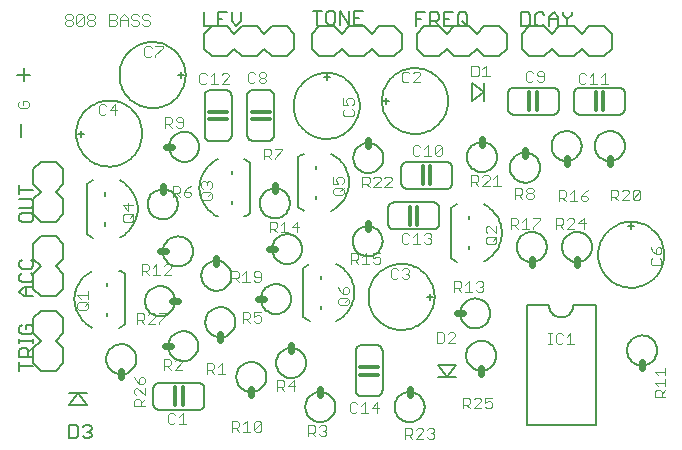
<source format=gto>
G75*
%MOIN*%
%OFA0B0*%
%FSLAX24Y24*%
%IPPOS*%
%LPD*%
%AMOC8*
5,1,8,0,0,1.08239X$1,22.5*
%
%ADD10C,0.0060*%
%ADD11C,0.0030*%
%ADD12C,0.0080*%
%ADD13C,0.0050*%
%ADD14C,0.0120*%
%ADD15C,0.0040*%
%ADD16C,0.0240*%
D10*
X002288Y001445D02*
X002888Y001445D01*
X002588Y001845D01*
X002288Y001845D01*
X002588Y001845D02*
X002888Y001845D01*
X002588Y001845D02*
X002288Y001445D01*
X003522Y002971D02*
X003524Y003015D01*
X003530Y003059D01*
X003540Y003102D01*
X003553Y003144D01*
X003570Y003185D01*
X003591Y003224D01*
X003615Y003261D01*
X003642Y003296D01*
X003672Y003328D01*
X003705Y003358D01*
X003741Y003384D01*
X003778Y003408D01*
X003818Y003427D01*
X003859Y003444D01*
X003902Y003456D01*
X003945Y003465D01*
X003989Y003470D01*
X004033Y003471D01*
X004077Y003468D01*
X004121Y003461D01*
X004164Y003450D01*
X004206Y003436D01*
X004246Y003418D01*
X004285Y003396D01*
X004321Y003372D01*
X004355Y003344D01*
X004387Y003313D01*
X004416Y003279D01*
X004442Y003243D01*
X004464Y003205D01*
X004483Y003165D01*
X004498Y003123D01*
X004510Y003081D01*
X004518Y003037D01*
X004522Y002993D01*
X004522Y002949D01*
X004518Y002905D01*
X004510Y002861D01*
X004498Y002819D01*
X004483Y002777D01*
X004464Y002737D01*
X004442Y002699D01*
X004416Y002663D01*
X004387Y002629D01*
X004355Y002598D01*
X004321Y002570D01*
X004285Y002546D01*
X004246Y002524D01*
X004206Y002506D01*
X004164Y002492D01*
X004121Y002481D01*
X004077Y002474D01*
X004033Y002471D01*
X003989Y002472D01*
X003945Y002477D01*
X003902Y002486D01*
X003859Y002498D01*
X003818Y002515D01*
X003778Y002534D01*
X003741Y002558D01*
X003705Y002584D01*
X003672Y002614D01*
X003642Y002646D01*
X003615Y002681D01*
X003591Y002718D01*
X003570Y002757D01*
X003553Y002798D01*
X003540Y002840D01*
X003530Y002883D01*
X003524Y002927D01*
X003522Y002971D01*
X005093Y001985D02*
X005093Y001485D01*
X005095Y001459D01*
X005100Y001433D01*
X005108Y001408D01*
X005120Y001385D01*
X005134Y001363D01*
X005152Y001344D01*
X005171Y001326D01*
X005193Y001312D01*
X005216Y001300D01*
X005241Y001292D01*
X005267Y001287D01*
X005293Y001285D01*
X006593Y001285D01*
X006619Y001287D01*
X006645Y001292D01*
X006670Y001300D01*
X006693Y001312D01*
X006715Y001326D01*
X006734Y001344D01*
X006752Y001363D01*
X006766Y001385D01*
X006778Y001408D01*
X006786Y001433D01*
X006791Y001459D01*
X006793Y001485D01*
X006793Y001985D01*
X006791Y002011D01*
X006786Y002037D01*
X006778Y002062D01*
X006766Y002085D01*
X006752Y002107D01*
X006734Y002126D01*
X006715Y002144D01*
X006693Y002158D01*
X006670Y002170D01*
X006645Y002178D01*
X006619Y002183D01*
X006593Y002185D01*
X005293Y002185D01*
X005267Y002183D01*
X005241Y002178D01*
X005216Y002170D01*
X005193Y002158D01*
X005171Y002144D01*
X005152Y002126D01*
X005134Y002107D01*
X005120Y002085D01*
X005108Y002062D01*
X005100Y002037D01*
X005095Y002011D01*
X005093Y001985D01*
X005588Y003404D02*
X005590Y003448D01*
X005596Y003492D01*
X005606Y003535D01*
X005619Y003577D01*
X005636Y003618D01*
X005657Y003657D01*
X005681Y003694D01*
X005708Y003729D01*
X005738Y003761D01*
X005771Y003791D01*
X005807Y003817D01*
X005844Y003841D01*
X005884Y003860D01*
X005925Y003877D01*
X005968Y003889D01*
X006011Y003898D01*
X006055Y003903D01*
X006099Y003904D01*
X006143Y003901D01*
X006187Y003894D01*
X006230Y003883D01*
X006272Y003869D01*
X006312Y003851D01*
X006351Y003829D01*
X006387Y003805D01*
X006421Y003777D01*
X006453Y003746D01*
X006482Y003712D01*
X006508Y003676D01*
X006530Y003638D01*
X006549Y003598D01*
X006564Y003556D01*
X006576Y003514D01*
X006584Y003470D01*
X006588Y003426D01*
X006588Y003382D01*
X006584Y003338D01*
X006576Y003294D01*
X006564Y003252D01*
X006549Y003210D01*
X006530Y003170D01*
X006508Y003132D01*
X006482Y003096D01*
X006453Y003062D01*
X006421Y003031D01*
X006387Y003003D01*
X006351Y002979D01*
X006312Y002957D01*
X006272Y002939D01*
X006230Y002925D01*
X006187Y002914D01*
X006143Y002907D01*
X006099Y002904D01*
X006055Y002905D01*
X006011Y002910D01*
X005968Y002919D01*
X005925Y002931D01*
X005884Y002948D01*
X005844Y002967D01*
X005807Y002991D01*
X005771Y003017D01*
X005738Y003047D01*
X005708Y003079D01*
X005681Y003114D01*
X005657Y003151D01*
X005636Y003190D01*
X005619Y003231D01*
X005606Y003273D01*
X005596Y003316D01*
X005590Y003360D01*
X005588Y003404D01*
X006825Y004204D02*
X006827Y004248D01*
X006833Y004292D01*
X006843Y004335D01*
X006856Y004377D01*
X006873Y004418D01*
X006894Y004457D01*
X006918Y004494D01*
X006945Y004529D01*
X006975Y004561D01*
X007008Y004591D01*
X007044Y004617D01*
X007081Y004641D01*
X007121Y004660D01*
X007162Y004677D01*
X007205Y004689D01*
X007248Y004698D01*
X007292Y004703D01*
X007336Y004704D01*
X007380Y004701D01*
X007424Y004694D01*
X007467Y004683D01*
X007509Y004669D01*
X007549Y004651D01*
X007588Y004629D01*
X007624Y004605D01*
X007658Y004577D01*
X007690Y004546D01*
X007719Y004512D01*
X007745Y004476D01*
X007767Y004438D01*
X007786Y004398D01*
X007801Y004356D01*
X007813Y004314D01*
X007821Y004270D01*
X007825Y004226D01*
X007825Y004182D01*
X007821Y004138D01*
X007813Y004094D01*
X007801Y004052D01*
X007786Y004010D01*
X007767Y003970D01*
X007745Y003932D01*
X007719Y003896D01*
X007690Y003862D01*
X007658Y003831D01*
X007624Y003803D01*
X007588Y003779D01*
X007549Y003757D01*
X007509Y003739D01*
X007467Y003725D01*
X007424Y003714D01*
X007380Y003707D01*
X007336Y003704D01*
X007292Y003705D01*
X007248Y003710D01*
X007205Y003719D01*
X007162Y003731D01*
X007121Y003748D01*
X007081Y003767D01*
X007044Y003791D01*
X007008Y003817D01*
X006975Y003847D01*
X006945Y003879D01*
X006918Y003914D01*
X006894Y003951D01*
X006873Y003990D01*
X006856Y004031D01*
X006843Y004073D01*
X006833Y004116D01*
X006827Y004160D01*
X006825Y004204D01*
X004813Y004904D02*
X004815Y004948D01*
X004821Y004992D01*
X004831Y005035D01*
X004844Y005077D01*
X004861Y005118D01*
X004882Y005157D01*
X004906Y005194D01*
X004933Y005229D01*
X004963Y005261D01*
X004996Y005291D01*
X005032Y005317D01*
X005069Y005341D01*
X005109Y005360D01*
X005150Y005377D01*
X005193Y005389D01*
X005236Y005398D01*
X005280Y005403D01*
X005324Y005404D01*
X005368Y005401D01*
X005412Y005394D01*
X005455Y005383D01*
X005497Y005369D01*
X005537Y005351D01*
X005576Y005329D01*
X005612Y005305D01*
X005646Y005277D01*
X005678Y005246D01*
X005707Y005212D01*
X005733Y005176D01*
X005755Y005138D01*
X005774Y005098D01*
X005789Y005056D01*
X005801Y005014D01*
X005809Y004970D01*
X005813Y004926D01*
X005813Y004882D01*
X005809Y004838D01*
X005801Y004794D01*
X005789Y004752D01*
X005774Y004710D01*
X005755Y004670D01*
X005733Y004632D01*
X005707Y004596D01*
X005678Y004562D01*
X005646Y004531D01*
X005612Y004503D01*
X005576Y004479D01*
X005537Y004457D01*
X005497Y004439D01*
X005455Y004425D01*
X005412Y004414D01*
X005368Y004407D01*
X005324Y004404D01*
X005280Y004405D01*
X005236Y004410D01*
X005193Y004419D01*
X005150Y004431D01*
X005109Y004448D01*
X005069Y004467D01*
X005032Y004491D01*
X004996Y004517D01*
X004963Y004547D01*
X004933Y004579D01*
X004906Y004614D01*
X004882Y004651D01*
X004861Y004690D01*
X004844Y004731D01*
X004831Y004773D01*
X004821Y004816D01*
X004815Y004860D01*
X004813Y004904D01*
X006691Y005751D02*
X006693Y005795D01*
X006699Y005839D01*
X006709Y005882D01*
X006722Y005924D01*
X006739Y005965D01*
X006760Y006004D01*
X006784Y006041D01*
X006811Y006076D01*
X006841Y006108D01*
X006874Y006138D01*
X006910Y006164D01*
X006947Y006188D01*
X006987Y006207D01*
X007028Y006224D01*
X007071Y006236D01*
X007114Y006245D01*
X007158Y006250D01*
X007202Y006251D01*
X007246Y006248D01*
X007290Y006241D01*
X007333Y006230D01*
X007375Y006216D01*
X007415Y006198D01*
X007454Y006176D01*
X007490Y006152D01*
X007524Y006124D01*
X007556Y006093D01*
X007585Y006059D01*
X007611Y006023D01*
X007633Y005985D01*
X007652Y005945D01*
X007667Y005903D01*
X007679Y005861D01*
X007687Y005817D01*
X007691Y005773D01*
X007691Y005729D01*
X007687Y005685D01*
X007679Y005641D01*
X007667Y005599D01*
X007652Y005557D01*
X007633Y005517D01*
X007611Y005479D01*
X007585Y005443D01*
X007556Y005409D01*
X007524Y005378D01*
X007490Y005350D01*
X007454Y005326D01*
X007415Y005304D01*
X007375Y005286D01*
X007333Y005272D01*
X007290Y005261D01*
X007246Y005254D01*
X007202Y005251D01*
X007158Y005252D01*
X007114Y005257D01*
X007071Y005266D01*
X007028Y005278D01*
X006987Y005295D01*
X006947Y005314D01*
X006910Y005338D01*
X006874Y005364D01*
X006841Y005394D01*
X006811Y005426D01*
X006784Y005461D01*
X006760Y005498D01*
X006739Y005537D01*
X006722Y005578D01*
X006709Y005620D01*
X006699Y005663D01*
X006693Y005707D01*
X006691Y005751D01*
X005411Y006562D02*
X005413Y006606D01*
X005419Y006650D01*
X005429Y006693D01*
X005442Y006735D01*
X005459Y006776D01*
X005480Y006815D01*
X005504Y006852D01*
X005531Y006887D01*
X005561Y006919D01*
X005594Y006949D01*
X005630Y006975D01*
X005667Y006999D01*
X005707Y007018D01*
X005748Y007035D01*
X005791Y007047D01*
X005834Y007056D01*
X005878Y007061D01*
X005922Y007062D01*
X005966Y007059D01*
X006010Y007052D01*
X006053Y007041D01*
X006095Y007027D01*
X006135Y007009D01*
X006174Y006987D01*
X006210Y006963D01*
X006244Y006935D01*
X006276Y006904D01*
X006305Y006870D01*
X006331Y006834D01*
X006353Y006796D01*
X006372Y006756D01*
X006387Y006714D01*
X006399Y006672D01*
X006407Y006628D01*
X006411Y006584D01*
X006411Y006540D01*
X006407Y006496D01*
X006399Y006452D01*
X006387Y006410D01*
X006372Y006368D01*
X006353Y006328D01*
X006331Y006290D01*
X006305Y006254D01*
X006276Y006220D01*
X006244Y006189D01*
X006210Y006161D01*
X006174Y006137D01*
X006135Y006115D01*
X006095Y006097D01*
X006053Y006083D01*
X006010Y006072D01*
X005966Y006065D01*
X005922Y006062D01*
X005878Y006063D01*
X005834Y006068D01*
X005791Y006077D01*
X005748Y006089D01*
X005707Y006106D01*
X005667Y006125D01*
X005630Y006149D01*
X005594Y006175D01*
X005561Y006205D01*
X005531Y006237D01*
X005504Y006272D01*
X005480Y006309D01*
X005459Y006348D01*
X005442Y006389D01*
X005429Y006431D01*
X005419Y006474D01*
X005413Y006518D01*
X005411Y006562D01*
X004903Y008137D02*
X004905Y008181D01*
X004911Y008225D01*
X004921Y008268D01*
X004934Y008310D01*
X004951Y008351D01*
X004972Y008390D01*
X004996Y008427D01*
X005023Y008462D01*
X005053Y008494D01*
X005086Y008524D01*
X005122Y008550D01*
X005159Y008574D01*
X005199Y008593D01*
X005240Y008610D01*
X005283Y008622D01*
X005326Y008631D01*
X005370Y008636D01*
X005414Y008637D01*
X005458Y008634D01*
X005502Y008627D01*
X005545Y008616D01*
X005587Y008602D01*
X005627Y008584D01*
X005666Y008562D01*
X005702Y008538D01*
X005736Y008510D01*
X005768Y008479D01*
X005797Y008445D01*
X005823Y008409D01*
X005845Y008371D01*
X005864Y008331D01*
X005879Y008289D01*
X005891Y008247D01*
X005899Y008203D01*
X005903Y008159D01*
X005903Y008115D01*
X005899Y008071D01*
X005891Y008027D01*
X005879Y007985D01*
X005864Y007943D01*
X005845Y007903D01*
X005823Y007865D01*
X005797Y007829D01*
X005768Y007795D01*
X005736Y007764D01*
X005702Y007736D01*
X005666Y007712D01*
X005627Y007690D01*
X005587Y007672D01*
X005545Y007658D01*
X005502Y007647D01*
X005458Y007640D01*
X005414Y007637D01*
X005370Y007638D01*
X005326Y007643D01*
X005283Y007652D01*
X005240Y007664D01*
X005199Y007681D01*
X005159Y007700D01*
X005122Y007724D01*
X005086Y007750D01*
X005053Y007780D01*
X005023Y007812D01*
X004996Y007847D01*
X004972Y007884D01*
X004951Y007923D01*
X004934Y007964D01*
X004921Y008006D01*
X004911Y008049D01*
X004905Y008093D01*
X004903Y008137D01*
X005616Y010050D02*
X005618Y010094D01*
X005624Y010138D01*
X005634Y010181D01*
X005647Y010223D01*
X005664Y010264D01*
X005685Y010303D01*
X005709Y010340D01*
X005736Y010375D01*
X005766Y010407D01*
X005799Y010437D01*
X005835Y010463D01*
X005872Y010487D01*
X005912Y010506D01*
X005953Y010523D01*
X005996Y010535D01*
X006039Y010544D01*
X006083Y010549D01*
X006127Y010550D01*
X006171Y010547D01*
X006215Y010540D01*
X006258Y010529D01*
X006300Y010515D01*
X006340Y010497D01*
X006379Y010475D01*
X006415Y010451D01*
X006449Y010423D01*
X006481Y010392D01*
X006510Y010358D01*
X006536Y010322D01*
X006558Y010284D01*
X006577Y010244D01*
X006592Y010202D01*
X006604Y010160D01*
X006612Y010116D01*
X006616Y010072D01*
X006616Y010028D01*
X006612Y009984D01*
X006604Y009940D01*
X006592Y009898D01*
X006577Y009856D01*
X006558Y009816D01*
X006536Y009778D01*
X006510Y009742D01*
X006481Y009708D01*
X006449Y009677D01*
X006415Y009649D01*
X006379Y009625D01*
X006340Y009603D01*
X006300Y009585D01*
X006258Y009571D01*
X006215Y009560D01*
X006171Y009553D01*
X006127Y009550D01*
X006083Y009551D01*
X006039Y009556D01*
X005996Y009565D01*
X005953Y009577D01*
X005912Y009594D01*
X005872Y009613D01*
X005835Y009637D01*
X005799Y009663D01*
X005766Y009693D01*
X005736Y009725D01*
X005709Y009760D01*
X005685Y009797D01*
X005664Y009836D01*
X005647Y009877D01*
X005634Y009919D01*
X005624Y009962D01*
X005618Y010006D01*
X005616Y010050D01*
X006800Y010439D02*
X006800Y011739D01*
X006802Y011765D01*
X006807Y011791D01*
X006815Y011816D01*
X006827Y011839D01*
X006841Y011861D01*
X006859Y011880D01*
X006878Y011898D01*
X006900Y011912D01*
X006923Y011924D01*
X006948Y011932D01*
X006974Y011937D01*
X007000Y011939D01*
X007500Y011939D01*
X007526Y011937D01*
X007552Y011932D01*
X007577Y011924D01*
X007600Y011912D01*
X007622Y011898D01*
X007641Y011880D01*
X007659Y011861D01*
X007673Y011839D01*
X007685Y011816D01*
X007693Y011791D01*
X007698Y011765D01*
X007700Y011739D01*
X007700Y010439D01*
X007698Y010413D01*
X007693Y010387D01*
X007685Y010362D01*
X007673Y010339D01*
X007659Y010317D01*
X007641Y010298D01*
X007622Y010280D01*
X007600Y010266D01*
X007577Y010254D01*
X007552Y010246D01*
X007526Y010241D01*
X007500Y010239D01*
X007000Y010239D01*
X006974Y010241D01*
X006948Y010246D01*
X006923Y010254D01*
X006900Y010266D01*
X006878Y010280D01*
X006859Y010298D01*
X006841Y010317D01*
X006827Y010339D01*
X006815Y010362D01*
X006807Y010387D01*
X006802Y010413D01*
X006800Y010439D01*
X008217Y010451D02*
X008217Y011751D01*
X008219Y011777D01*
X008224Y011803D01*
X008232Y011828D01*
X008244Y011851D01*
X008258Y011873D01*
X008276Y011892D01*
X008295Y011910D01*
X008317Y011924D01*
X008340Y011936D01*
X008365Y011944D01*
X008391Y011949D01*
X008417Y011951D01*
X008917Y011951D01*
X008943Y011949D01*
X008969Y011944D01*
X008994Y011936D01*
X009017Y011924D01*
X009039Y011910D01*
X009058Y011892D01*
X009076Y011873D01*
X009090Y011851D01*
X009102Y011828D01*
X009110Y011803D01*
X009115Y011777D01*
X009117Y011751D01*
X009117Y010451D01*
X009115Y010425D01*
X009110Y010399D01*
X009102Y010374D01*
X009090Y010351D01*
X009076Y010329D01*
X009058Y010310D01*
X009039Y010292D01*
X009017Y010278D01*
X008994Y010266D01*
X008969Y010258D01*
X008943Y010253D01*
X008917Y010251D01*
X008417Y010251D01*
X008391Y010253D01*
X008365Y010258D01*
X008340Y010266D01*
X008317Y010278D01*
X008295Y010292D01*
X008276Y010310D01*
X008258Y010329D01*
X008244Y010351D01*
X008232Y010374D01*
X008224Y010399D01*
X008219Y010425D01*
X008217Y010451D01*
X009768Y011412D02*
X009770Y011478D01*
X009776Y011543D01*
X009786Y011608D01*
X009799Y011673D01*
X009817Y011736D01*
X009838Y011799D01*
X009863Y011859D01*
X009892Y011919D01*
X009924Y011976D01*
X009959Y012032D01*
X009998Y012085D01*
X010040Y012136D01*
X010084Y012184D01*
X010132Y012229D01*
X010182Y012272D01*
X010235Y012311D01*
X010290Y012348D01*
X010347Y012381D01*
X010406Y012410D01*
X010466Y012436D01*
X010528Y012458D01*
X010591Y012477D01*
X010655Y012491D01*
X010720Y012502D01*
X010786Y012509D01*
X010852Y012512D01*
X010917Y012511D01*
X010983Y012506D01*
X011048Y012497D01*
X011113Y012484D01*
X011176Y012468D01*
X011239Y012448D01*
X011300Y012423D01*
X011360Y012396D01*
X011418Y012365D01*
X011474Y012330D01*
X011528Y012292D01*
X011579Y012251D01*
X011628Y012207D01*
X011674Y012160D01*
X011718Y012111D01*
X011758Y012059D01*
X011795Y012004D01*
X011829Y011948D01*
X011859Y011889D01*
X011886Y011829D01*
X011909Y011768D01*
X011928Y011705D01*
X011944Y011641D01*
X011956Y011576D01*
X011964Y011511D01*
X011968Y011445D01*
X011968Y011379D01*
X011964Y011313D01*
X011956Y011248D01*
X011944Y011183D01*
X011928Y011119D01*
X011909Y011056D01*
X011886Y010995D01*
X011859Y010935D01*
X011829Y010876D01*
X011795Y010820D01*
X011758Y010765D01*
X011718Y010713D01*
X011674Y010664D01*
X011628Y010617D01*
X011579Y010573D01*
X011528Y010532D01*
X011474Y010494D01*
X011418Y010459D01*
X011360Y010428D01*
X011300Y010401D01*
X011239Y010376D01*
X011176Y010356D01*
X011113Y010340D01*
X011048Y010327D01*
X010983Y010318D01*
X010917Y010313D01*
X010852Y010312D01*
X010786Y010315D01*
X010720Y010322D01*
X010655Y010333D01*
X010591Y010347D01*
X010528Y010366D01*
X010466Y010388D01*
X010406Y010414D01*
X010347Y010443D01*
X010290Y010476D01*
X010235Y010513D01*
X010182Y010552D01*
X010132Y010595D01*
X010084Y010640D01*
X010040Y010688D01*
X009998Y010739D01*
X009959Y010792D01*
X009924Y010848D01*
X009892Y010905D01*
X009863Y010965D01*
X009838Y011025D01*
X009817Y011088D01*
X009799Y011151D01*
X009786Y011216D01*
X009776Y011281D01*
X009770Y011346D01*
X009768Y011412D01*
X010868Y012262D02*
X010868Y012462D01*
X010768Y012362D02*
X010968Y012362D01*
X012763Y011574D02*
X012963Y011574D01*
X012863Y011474D02*
X012863Y011674D01*
X012713Y011574D02*
X012715Y011640D01*
X012721Y011705D01*
X012731Y011770D01*
X012744Y011835D01*
X012762Y011898D01*
X012783Y011961D01*
X012808Y012021D01*
X012837Y012081D01*
X012869Y012138D01*
X012904Y012194D01*
X012943Y012247D01*
X012985Y012298D01*
X013029Y012346D01*
X013077Y012391D01*
X013127Y012434D01*
X013180Y012473D01*
X013235Y012510D01*
X013292Y012543D01*
X013351Y012572D01*
X013411Y012598D01*
X013473Y012620D01*
X013536Y012639D01*
X013600Y012653D01*
X013665Y012664D01*
X013731Y012671D01*
X013797Y012674D01*
X013862Y012673D01*
X013928Y012668D01*
X013993Y012659D01*
X014058Y012646D01*
X014121Y012630D01*
X014184Y012610D01*
X014245Y012585D01*
X014305Y012558D01*
X014363Y012527D01*
X014419Y012492D01*
X014473Y012454D01*
X014524Y012413D01*
X014573Y012369D01*
X014619Y012322D01*
X014663Y012273D01*
X014703Y012221D01*
X014740Y012166D01*
X014774Y012110D01*
X014804Y012051D01*
X014831Y011991D01*
X014854Y011930D01*
X014873Y011867D01*
X014889Y011803D01*
X014901Y011738D01*
X014909Y011673D01*
X014913Y011607D01*
X014913Y011541D01*
X014909Y011475D01*
X014901Y011410D01*
X014889Y011345D01*
X014873Y011281D01*
X014854Y011218D01*
X014831Y011157D01*
X014804Y011097D01*
X014774Y011038D01*
X014740Y010982D01*
X014703Y010927D01*
X014663Y010875D01*
X014619Y010826D01*
X014573Y010779D01*
X014524Y010735D01*
X014473Y010694D01*
X014419Y010656D01*
X014363Y010621D01*
X014305Y010590D01*
X014245Y010563D01*
X014184Y010538D01*
X014121Y010518D01*
X014058Y010502D01*
X013993Y010489D01*
X013928Y010480D01*
X013862Y010475D01*
X013797Y010474D01*
X013731Y010477D01*
X013665Y010484D01*
X013600Y010495D01*
X013536Y010509D01*
X013473Y010528D01*
X013411Y010550D01*
X013351Y010576D01*
X013292Y010605D01*
X013235Y010638D01*
X013180Y010675D01*
X013127Y010714D01*
X013077Y010757D01*
X013029Y010802D01*
X012985Y010850D01*
X012943Y010901D01*
X012904Y010954D01*
X012869Y011010D01*
X012837Y011067D01*
X012808Y011127D01*
X012783Y011187D01*
X012762Y011250D01*
X012744Y011313D01*
X012731Y011378D01*
X012721Y011443D01*
X012715Y011508D01*
X012713Y011574D01*
X011758Y009676D02*
X011760Y009720D01*
X011766Y009764D01*
X011776Y009807D01*
X011789Y009849D01*
X011806Y009890D01*
X011827Y009929D01*
X011851Y009966D01*
X011878Y010001D01*
X011908Y010033D01*
X011941Y010063D01*
X011977Y010089D01*
X012014Y010113D01*
X012054Y010132D01*
X012095Y010149D01*
X012138Y010161D01*
X012181Y010170D01*
X012225Y010175D01*
X012269Y010176D01*
X012313Y010173D01*
X012357Y010166D01*
X012400Y010155D01*
X012442Y010141D01*
X012482Y010123D01*
X012521Y010101D01*
X012557Y010077D01*
X012591Y010049D01*
X012623Y010018D01*
X012652Y009984D01*
X012678Y009948D01*
X012700Y009910D01*
X012719Y009870D01*
X012734Y009828D01*
X012746Y009786D01*
X012754Y009742D01*
X012758Y009698D01*
X012758Y009654D01*
X012754Y009610D01*
X012746Y009566D01*
X012734Y009524D01*
X012719Y009482D01*
X012700Y009442D01*
X012678Y009404D01*
X012652Y009368D01*
X012623Y009334D01*
X012591Y009303D01*
X012557Y009275D01*
X012521Y009251D01*
X012482Y009229D01*
X012442Y009211D01*
X012400Y009197D01*
X012357Y009186D01*
X012313Y009179D01*
X012269Y009176D01*
X012225Y009177D01*
X012181Y009182D01*
X012138Y009191D01*
X012095Y009203D01*
X012054Y009220D01*
X012014Y009239D01*
X011977Y009263D01*
X011941Y009289D01*
X011908Y009319D01*
X011878Y009351D01*
X011851Y009386D01*
X011827Y009423D01*
X011806Y009462D01*
X011789Y009503D01*
X011776Y009545D01*
X011766Y009588D01*
X011760Y009632D01*
X011758Y009676D01*
X013357Y009351D02*
X013357Y008851D01*
X013359Y008825D01*
X013364Y008799D01*
X013372Y008774D01*
X013384Y008751D01*
X013398Y008729D01*
X013416Y008710D01*
X013435Y008692D01*
X013457Y008678D01*
X013480Y008666D01*
X013505Y008658D01*
X013531Y008653D01*
X013557Y008651D01*
X014857Y008651D01*
X014883Y008653D01*
X014909Y008658D01*
X014934Y008666D01*
X014957Y008678D01*
X014979Y008692D01*
X014998Y008710D01*
X015016Y008729D01*
X015030Y008751D01*
X015042Y008774D01*
X015050Y008799D01*
X015055Y008825D01*
X015057Y008851D01*
X015057Y009351D01*
X015055Y009377D01*
X015050Y009403D01*
X015042Y009428D01*
X015030Y009451D01*
X015016Y009473D01*
X014998Y009492D01*
X014979Y009510D01*
X014957Y009524D01*
X014934Y009536D01*
X014909Y009544D01*
X014883Y009549D01*
X014857Y009551D01*
X013557Y009551D01*
X013531Y009549D01*
X013505Y009544D01*
X013480Y009536D01*
X013457Y009524D01*
X013435Y009510D01*
X013416Y009492D01*
X013398Y009473D01*
X013384Y009451D01*
X013372Y009428D01*
X013364Y009403D01*
X013359Y009377D01*
X013357Y009351D01*
X013116Y008197D02*
X014416Y008197D01*
X014442Y008195D01*
X014468Y008190D01*
X014493Y008182D01*
X014516Y008170D01*
X014538Y008156D01*
X014557Y008138D01*
X014575Y008119D01*
X014589Y008097D01*
X014601Y008074D01*
X014609Y008049D01*
X014614Y008023D01*
X014616Y007997D01*
X014616Y007497D01*
X014614Y007471D01*
X014609Y007445D01*
X014601Y007420D01*
X014589Y007397D01*
X014575Y007375D01*
X014557Y007356D01*
X014538Y007338D01*
X014516Y007324D01*
X014493Y007312D01*
X014468Y007304D01*
X014442Y007299D01*
X014416Y007297D01*
X013116Y007297D01*
X013090Y007299D01*
X013064Y007304D01*
X013039Y007312D01*
X013016Y007324D01*
X012994Y007338D01*
X012975Y007356D01*
X012957Y007375D01*
X012943Y007397D01*
X012931Y007420D01*
X012923Y007445D01*
X012918Y007471D01*
X012916Y007497D01*
X012916Y007997D01*
X012918Y008023D01*
X012923Y008049D01*
X012931Y008074D01*
X012943Y008097D01*
X012957Y008119D01*
X012975Y008138D01*
X012994Y008156D01*
X013016Y008170D01*
X013039Y008182D01*
X013064Y008190D01*
X013090Y008195D01*
X013116Y008197D01*
X011734Y006900D02*
X011736Y006944D01*
X011742Y006988D01*
X011752Y007031D01*
X011765Y007073D01*
X011782Y007114D01*
X011803Y007153D01*
X011827Y007190D01*
X011854Y007225D01*
X011884Y007257D01*
X011917Y007287D01*
X011953Y007313D01*
X011990Y007337D01*
X012030Y007356D01*
X012071Y007373D01*
X012114Y007385D01*
X012157Y007394D01*
X012201Y007399D01*
X012245Y007400D01*
X012289Y007397D01*
X012333Y007390D01*
X012376Y007379D01*
X012418Y007365D01*
X012458Y007347D01*
X012497Y007325D01*
X012533Y007301D01*
X012567Y007273D01*
X012599Y007242D01*
X012628Y007208D01*
X012654Y007172D01*
X012676Y007134D01*
X012695Y007094D01*
X012710Y007052D01*
X012722Y007010D01*
X012730Y006966D01*
X012734Y006922D01*
X012734Y006878D01*
X012730Y006834D01*
X012722Y006790D01*
X012710Y006748D01*
X012695Y006706D01*
X012676Y006666D01*
X012654Y006628D01*
X012628Y006592D01*
X012599Y006558D01*
X012567Y006527D01*
X012533Y006499D01*
X012497Y006475D01*
X012458Y006453D01*
X012418Y006435D01*
X012376Y006421D01*
X012333Y006410D01*
X012289Y006403D01*
X012245Y006400D01*
X012201Y006401D01*
X012157Y006406D01*
X012114Y006415D01*
X012071Y006427D01*
X012030Y006444D01*
X011990Y006463D01*
X011953Y006487D01*
X011917Y006513D01*
X011884Y006543D01*
X011854Y006575D01*
X011827Y006610D01*
X011803Y006647D01*
X011782Y006686D01*
X011765Y006727D01*
X011752Y006769D01*
X011742Y006812D01*
X011736Y006856D01*
X011734Y006900D01*
X009053Y006641D02*
X009055Y006685D01*
X009061Y006729D01*
X009071Y006772D01*
X009084Y006814D01*
X009101Y006855D01*
X009122Y006894D01*
X009146Y006931D01*
X009173Y006966D01*
X009203Y006998D01*
X009236Y007028D01*
X009272Y007054D01*
X009309Y007078D01*
X009349Y007097D01*
X009390Y007114D01*
X009433Y007126D01*
X009476Y007135D01*
X009520Y007140D01*
X009564Y007141D01*
X009608Y007138D01*
X009652Y007131D01*
X009695Y007120D01*
X009737Y007106D01*
X009777Y007088D01*
X009816Y007066D01*
X009852Y007042D01*
X009886Y007014D01*
X009918Y006983D01*
X009947Y006949D01*
X009973Y006913D01*
X009995Y006875D01*
X010014Y006835D01*
X010029Y006793D01*
X010041Y006751D01*
X010049Y006707D01*
X010053Y006663D01*
X010053Y006619D01*
X010049Y006575D01*
X010041Y006531D01*
X010029Y006489D01*
X010014Y006447D01*
X009995Y006407D01*
X009973Y006369D01*
X009947Y006333D01*
X009918Y006299D01*
X009886Y006268D01*
X009852Y006240D01*
X009816Y006216D01*
X009777Y006194D01*
X009737Y006176D01*
X009695Y006162D01*
X009652Y006151D01*
X009608Y006144D01*
X009564Y006141D01*
X009520Y006142D01*
X009476Y006147D01*
X009433Y006156D01*
X009390Y006168D01*
X009349Y006185D01*
X009309Y006204D01*
X009272Y006228D01*
X009236Y006254D01*
X009203Y006284D01*
X009173Y006316D01*
X009146Y006351D01*
X009122Y006388D01*
X009101Y006427D01*
X009084Y006468D01*
X009071Y006510D01*
X009061Y006553D01*
X009055Y006597D01*
X009053Y006641D01*
X008640Y008168D02*
X008642Y008212D01*
X008648Y008256D01*
X008658Y008299D01*
X008671Y008341D01*
X008688Y008382D01*
X008709Y008421D01*
X008733Y008458D01*
X008760Y008493D01*
X008790Y008525D01*
X008823Y008555D01*
X008859Y008581D01*
X008896Y008605D01*
X008936Y008624D01*
X008977Y008641D01*
X009020Y008653D01*
X009063Y008662D01*
X009107Y008667D01*
X009151Y008668D01*
X009195Y008665D01*
X009239Y008658D01*
X009282Y008647D01*
X009324Y008633D01*
X009364Y008615D01*
X009403Y008593D01*
X009439Y008569D01*
X009473Y008541D01*
X009505Y008510D01*
X009534Y008476D01*
X009560Y008440D01*
X009582Y008402D01*
X009601Y008362D01*
X009616Y008320D01*
X009628Y008278D01*
X009636Y008234D01*
X009640Y008190D01*
X009640Y008146D01*
X009636Y008102D01*
X009628Y008058D01*
X009616Y008016D01*
X009601Y007974D01*
X009582Y007934D01*
X009560Y007896D01*
X009534Y007860D01*
X009505Y007826D01*
X009473Y007795D01*
X009439Y007767D01*
X009403Y007743D01*
X009364Y007721D01*
X009324Y007703D01*
X009282Y007689D01*
X009239Y007678D01*
X009195Y007671D01*
X009151Y007668D01*
X009107Y007669D01*
X009063Y007674D01*
X009020Y007683D01*
X008977Y007695D01*
X008936Y007712D01*
X008896Y007731D01*
X008859Y007755D01*
X008823Y007781D01*
X008790Y007811D01*
X008760Y007843D01*
X008733Y007878D01*
X008709Y007915D01*
X008688Y007954D01*
X008671Y007995D01*
X008658Y008037D01*
X008648Y008080D01*
X008642Y008124D01*
X008640Y008168D01*
X008679Y004975D02*
X008681Y005019D01*
X008687Y005063D01*
X008697Y005106D01*
X008710Y005148D01*
X008727Y005189D01*
X008748Y005228D01*
X008772Y005265D01*
X008799Y005300D01*
X008829Y005332D01*
X008862Y005362D01*
X008898Y005388D01*
X008935Y005412D01*
X008975Y005431D01*
X009016Y005448D01*
X009059Y005460D01*
X009102Y005469D01*
X009146Y005474D01*
X009190Y005475D01*
X009234Y005472D01*
X009278Y005465D01*
X009321Y005454D01*
X009363Y005440D01*
X009403Y005422D01*
X009442Y005400D01*
X009478Y005376D01*
X009512Y005348D01*
X009544Y005317D01*
X009573Y005283D01*
X009599Y005247D01*
X009621Y005209D01*
X009640Y005169D01*
X009655Y005127D01*
X009667Y005085D01*
X009675Y005041D01*
X009679Y004997D01*
X009679Y004953D01*
X009675Y004909D01*
X009667Y004865D01*
X009655Y004823D01*
X009640Y004781D01*
X009621Y004741D01*
X009599Y004703D01*
X009573Y004667D01*
X009544Y004633D01*
X009512Y004602D01*
X009478Y004574D01*
X009442Y004550D01*
X009403Y004528D01*
X009363Y004510D01*
X009321Y004496D01*
X009278Y004485D01*
X009234Y004478D01*
X009190Y004475D01*
X009146Y004476D01*
X009102Y004481D01*
X009059Y004490D01*
X009016Y004502D01*
X008975Y004519D01*
X008935Y004538D01*
X008898Y004562D01*
X008862Y004588D01*
X008829Y004618D01*
X008799Y004650D01*
X008772Y004685D01*
X008748Y004722D01*
X008727Y004761D01*
X008710Y004802D01*
X008697Y004844D01*
X008687Y004887D01*
X008681Y004931D01*
X008679Y004975D01*
X009183Y002845D02*
X009185Y002889D01*
X009191Y002933D01*
X009201Y002976D01*
X009214Y003018D01*
X009231Y003059D01*
X009252Y003098D01*
X009276Y003135D01*
X009303Y003170D01*
X009333Y003202D01*
X009366Y003232D01*
X009402Y003258D01*
X009439Y003282D01*
X009479Y003301D01*
X009520Y003318D01*
X009563Y003330D01*
X009606Y003339D01*
X009650Y003344D01*
X009694Y003345D01*
X009738Y003342D01*
X009782Y003335D01*
X009825Y003324D01*
X009867Y003310D01*
X009907Y003292D01*
X009946Y003270D01*
X009982Y003246D01*
X010016Y003218D01*
X010048Y003187D01*
X010077Y003153D01*
X010103Y003117D01*
X010125Y003079D01*
X010144Y003039D01*
X010159Y002997D01*
X010171Y002955D01*
X010179Y002911D01*
X010183Y002867D01*
X010183Y002823D01*
X010179Y002779D01*
X010171Y002735D01*
X010159Y002693D01*
X010144Y002651D01*
X010125Y002611D01*
X010103Y002573D01*
X010077Y002537D01*
X010048Y002503D01*
X010016Y002472D01*
X009982Y002444D01*
X009946Y002420D01*
X009907Y002398D01*
X009867Y002380D01*
X009825Y002366D01*
X009782Y002355D01*
X009738Y002348D01*
X009694Y002345D01*
X009650Y002346D01*
X009606Y002351D01*
X009563Y002360D01*
X009520Y002372D01*
X009479Y002389D01*
X009439Y002408D01*
X009402Y002432D01*
X009366Y002458D01*
X009333Y002488D01*
X009303Y002520D01*
X009276Y002555D01*
X009252Y002592D01*
X009231Y002631D01*
X009214Y002672D01*
X009201Y002714D01*
X009191Y002757D01*
X009185Y002801D01*
X009183Y002845D01*
X007860Y002377D02*
X007862Y002421D01*
X007868Y002465D01*
X007878Y002508D01*
X007891Y002550D01*
X007908Y002591D01*
X007929Y002630D01*
X007953Y002667D01*
X007980Y002702D01*
X008010Y002734D01*
X008043Y002764D01*
X008079Y002790D01*
X008116Y002814D01*
X008156Y002833D01*
X008197Y002850D01*
X008240Y002862D01*
X008283Y002871D01*
X008327Y002876D01*
X008371Y002877D01*
X008415Y002874D01*
X008459Y002867D01*
X008502Y002856D01*
X008544Y002842D01*
X008584Y002824D01*
X008623Y002802D01*
X008659Y002778D01*
X008693Y002750D01*
X008725Y002719D01*
X008754Y002685D01*
X008780Y002649D01*
X008802Y002611D01*
X008821Y002571D01*
X008836Y002529D01*
X008848Y002487D01*
X008856Y002443D01*
X008860Y002399D01*
X008860Y002355D01*
X008856Y002311D01*
X008848Y002267D01*
X008836Y002225D01*
X008821Y002183D01*
X008802Y002143D01*
X008780Y002105D01*
X008754Y002069D01*
X008725Y002035D01*
X008693Y002004D01*
X008659Y001976D01*
X008623Y001952D01*
X008584Y001930D01*
X008544Y001912D01*
X008502Y001898D01*
X008459Y001887D01*
X008415Y001880D01*
X008371Y001877D01*
X008327Y001878D01*
X008283Y001883D01*
X008240Y001892D01*
X008197Y001904D01*
X008156Y001921D01*
X008116Y001940D01*
X008079Y001964D01*
X008043Y001990D01*
X008010Y002020D01*
X007980Y002052D01*
X007953Y002087D01*
X007929Y002124D01*
X007908Y002163D01*
X007891Y002204D01*
X007878Y002246D01*
X007868Y002289D01*
X007862Y002333D01*
X007860Y002377D01*
X010159Y001377D02*
X010161Y001421D01*
X010167Y001465D01*
X010177Y001508D01*
X010190Y001550D01*
X010207Y001591D01*
X010228Y001630D01*
X010252Y001667D01*
X010279Y001702D01*
X010309Y001734D01*
X010342Y001764D01*
X010378Y001790D01*
X010415Y001814D01*
X010455Y001833D01*
X010496Y001850D01*
X010539Y001862D01*
X010582Y001871D01*
X010626Y001876D01*
X010670Y001877D01*
X010714Y001874D01*
X010758Y001867D01*
X010801Y001856D01*
X010843Y001842D01*
X010883Y001824D01*
X010922Y001802D01*
X010958Y001778D01*
X010992Y001750D01*
X011024Y001719D01*
X011053Y001685D01*
X011079Y001649D01*
X011101Y001611D01*
X011120Y001571D01*
X011135Y001529D01*
X011147Y001487D01*
X011155Y001443D01*
X011159Y001399D01*
X011159Y001355D01*
X011155Y001311D01*
X011147Y001267D01*
X011135Y001225D01*
X011120Y001183D01*
X011101Y001143D01*
X011079Y001105D01*
X011053Y001069D01*
X011024Y001035D01*
X010992Y001004D01*
X010958Y000976D01*
X010922Y000952D01*
X010883Y000930D01*
X010843Y000912D01*
X010801Y000898D01*
X010758Y000887D01*
X010714Y000880D01*
X010670Y000877D01*
X010626Y000878D01*
X010582Y000883D01*
X010539Y000892D01*
X010496Y000904D01*
X010455Y000921D01*
X010415Y000940D01*
X010378Y000964D01*
X010342Y000990D01*
X010309Y001020D01*
X010279Y001052D01*
X010252Y001087D01*
X010228Y001124D01*
X010207Y001163D01*
X010190Y001204D01*
X010177Y001246D01*
X010167Y001289D01*
X010161Y001333D01*
X010159Y001377D01*
X011831Y001936D02*
X011831Y003236D01*
X011833Y003262D01*
X011838Y003288D01*
X011846Y003313D01*
X011858Y003336D01*
X011872Y003358D01*
X011890Y003377D01*
X011909Y003395D01*
X011931Y003409D01*
X011954Y003421D01*
X011979Y003429D01*
X012005Y003434D01*
X012031Y003436D01*
X012531Y003436D01*
X012557Y003434D01*
X012583Y003429D01*
X012608Y003421D01*
X012631Y003409D01*
X012653Y003395D01*
X012672Y003377D01*
X012690Y003358D01*
X012704Y003336D01*
X012716Y003313D01*
X012724Y003288D01*
X012729Y003262D01*
X012731Y003236D01*
X012731Y001936D01*
X012729Y001910D01*
X012724Y001884D01*
X012716Y001859D01*
X012704Y001836D01*
X012690Y001814D01*
X012672Y001795D01*
X012653Y001777D01*
X012631Y001763D01*
X012608Y001751D01*
X012583Y001743D01*
X012557Y001738D01*
X012531Y001736D01*
X012031Y001736D01*
X012005Y001738D01*
X011979Y001743D01*
X011954Y001751D01*
X011931Y001763D01*
X011909Y001777D01*
X011890Y001795D01*
X011872Y001814D01*
X011858Y001836D01*
X011846Y001859D01*
X011838Y001884D01*
X011833Y001910D01*
X011831Y001936D01*
X013132Y001377D02*
X013134Y001421D01*
X013140Y001465D01*
X013150Y001508D01*
X013163Y001550D01*
X013180Y001591D01*
X013201Y001630D01*
X013225Y001667D01*
X013252Y001702D01*
X013282Y001734D01*
X013315Y001764D01*
X013351Y001790D01*
X013388Y001814D01*
X013428Y001833D01*
X013469Y001850D01*
X013512Y001862D01*
X013555Y001871D01*
X013599Y001876D01*
X013643Y001877D01*
X013687Y001874D01*
X013731Y001867D01*
X013774Y001856D01*
X013816Y001842D01*
X013856Y001824D01*
X013895Y001802D01*
X013931Y001778D01*
X013965Y001750D01*
X013997Y001719D01*
X014026Y001685D01*
X014052Y001649D01*
X014074Y001611D01*
X014093Y001571D01*
X014108Y001529D01*
X014120Y001487D01*
X014128Y001443D01*
X014132Y001399D01*
X014132Y001355D01*
X014128Y001311D01*
X014120Y001267D01*
X014108Y001225D01*
X014093Y001183D01*
X014074Y001143D01*
X014052Y001105D01*
X014026Y001069D01*
X013997Y001035D01*
X013965Y001004D01*
X013931Y000976D01*
X013895Y000952D01*
X013856Y000930D01*
X013816Y000912D01*
X013774Y000898D01*
X013731Y000887D01*
X013687Y000880D01*
X013643Y000877D01*
X013599Y000878D01*
X013555Y000883D01*
X013512Y000892D01*
X013469Y000904D01*
X013428Y000921D01*
X013388Y000940D01*
X013351Y000964D01*
X013315Y000990D01*
X013282Y001020D01*
X013252Y001052D01*
X013225Y001087D01*
X013201Y001124D01*
X013180Y001163D01*
X013163Y001204D01*
X013150Y001246D01*
X013140Y001289D01*
X013134Y001333D01*
X013132Y001377D01*
X014572Y002386D02*
X014872Y002386D01*
X015172Y002386D01*
X014872Y002386D02*
X015172Y002786D01*
X014572Y002786D01*
X014872Y002386D01*
X015514Y003086D02*
X015516Y003130D01*
X015522Y003174D01*
X015532Y003217D01*
X015545Y003259D01*
X015562Y003300D01*
X015583Y003339D01*
X015607Y003376D01*
X015634Y003411D01*
X015664Y003443D01*
X015697Y003473D01*
X015733Y003499D01*
X015770Y003523D01*
X015810Y003542D01*
X015851Y003559D01*
X015894Y003571D01*
X015937Y003580D01*
X015981Y003585D01*
X016025Y003586D01*
X016069Y003583D01*
X016113Y003576D01*
X016156Y003565D01*
X016198Y003551D01*
X016238Y003533D01*
X016277Y003511D01*
X016313Y003487D01*
X016347Y003459D01*
X016379Y003428D01*
X016408Y003394D01*
X016434Y003358D01*
X016456Y003320D01*
X016475Y003280D01*
X016490Y003238D01*
X016502Y003196D01*
X016510Y003152D01*
X016514Y003108D01*
X016514Y003064D01*
X016510Y003020D01*
X016502Y002976D01*
X016490Y002934D01*
X016475Y002892D01*
X016456Y002852D01*
X016434Y002814D01*
X016408Y002778D01*
X016379Y002744D01*
X016347Y002713D01*
X016313Y002685D01*
X016277Y002661D01*
X016238Y002639D01*
X016198Y002621D01*
X016156Y002607D01*
X016113Y002596D01*
X016069Y002589D01*
X016025Y002586D01*
X015981Y002587D01*
X015937Y002592D01*
X015894Y002601D01*
X015851Y002613D01*
X015810Y002630D01*
X015770Y002649D01*
X015733Y002673D01*
X015697Y002699D01*
X015664Y002729D01*
X015634Y002761D01*
X015607Y002796D01*
X015583Y002833D01*
X015562Y002872D01*
X015545Y002913D01*
X015532Y002955D01*
X015522Y002998D01*
X015516Y003042D01*
X015514Y003086D01*
X015317Y004495D02*
X015319Y004539D01*
X015325Y004583D01*
X015335Y004626D01*
X015348Y004668D01*
X015365Y004709D01*
X015386Y004748D01*
X015410Y004785D01*
X015437Y004820D01*
X015467Y004852D01*
X015500Y004882D01*
X015536Y004908D01*
X015573Y004932D01*
X015613Y004951D01*
X015654Y004968D01*
X015697Y004980D01*
X015740Y004989D01*
X015784Y004994D01*
X015828Y004995D01*
X015872Y004992D01*
X015916Y004985D01*
X015959Y004974D01*
X016001Y004960D01*
X016041Y004942D01*
X016080Y004920D01*
X016116Y004896D01*
X016150Y004868D01*
X016182Y004837D01*
X016211Y004803D01*
X016237Y004767D01*
X016259Y004729D01*
X016278Y004689D01*
X016293Y004647D01*
X016305Y004605D01*
X016313Y004561D01*
X016317Y004517D01*
X016317Y004473D01*
X016313Y004429D01*
X016305Y004385D01*
X016293Y004343D01*
X016278Y004301D01*
X016259Y004261D01*
X016237Y004223D01*
X016211Y004187D01*
X016182Y004153D01*
X016150Y004122D01*
X016116Y004094D01*
X016080Y004070D01*
X016041Y004048D01*
X016001Y004030D01*
X015959Y004016D01*
X015916Y004005D01*
X015872Y003998D01*
X015828Y003995D01*
X015784Y003996D01*
X015740Y004001D01*
X015697Y004010D01*
X015654Y004022D01*
X015613Y004039D01*
X015573Y004058D01*
X015536Y004082D01*
X015500Y004108D01*
X015467Y004138D01*
X015437Y004170D01*
X015410Y004205D01*
X015386Y004242D01*
X015365Y004281D01*
X015348Y004322D01*
X015335Y004364D01*
X015325Y004407D01*
X015319Y004451D01*
X015317Y004495D01*
X014414Y005046D02*
X014214Y005046D01*
X014314Y005146D02*
X014314Y004946D01*
X012264Y005046D02*
X012266Y005112D01*
X012272Y005177D01*
X012282Y005242D01*
X012295Y005307D01*
X012313Y005370D01*
X012334Y005433D01*
X012359Y005493D01*
X012388Y005553D01*
X012420Y005610D01*
X012455Y005666D01*
X012494Y005719D01*
X012536Y005770D01*
X012580Y005818D01*
X012628Y005863D01*
X012678Y005906D01*
X012731Y005945D01*
X012786Y005982D01*
X012843Y006015D01*
X012902Y006044D01*
X012962Y006070D01*
X013024Y006092D01*
X013087Y006111D01*
X013151Y006125D01*
X013216Y006136D01*
X013282Y006143D01*
X013348Y006146D01*
X013413Y006145D01*
X013479Y006140D01*
X013544Y006131D01*
X013609Y006118D01*
X013672Y006102D01*
X013735Y006082D01*
X013796Y006057D01*
X013856Y006030D01*
X013914Y005999D01*
X013970Y005964D01*
X014024Y005926D01*
X014075Y005885D01*
X014124Y005841D01*
X014170Y005794D01*
X014214Y005745D01*
X014254Y005693D01*
X014291Y005638D01*
X014325Y005582D01*
X014355Y005523D01*
X014382Y005463D01*
X014405Y005402D01*
X014424Y005339D01*
X014440Y005275D01*
X014452Y005210D01*
X014460Y005145D01*
X014464Y005079D01*
X014464Y005013D01*
X014460Y004947D01*
X014452Y004882D01*
X014440Y004817D01*
X014424Y004753D01*
X014405Y004690D01*
X014382Y004629D01*
X014355Y004569D01*
X014325Y004510D01*
X014291Y004454D01*
X014254Y004399D01*
X014214Y004347D01*
X014170Y004298D01*
X014124Y004251D01*
X014075Y004207D01*
X014024Y004166D01*
X013970Y004128D01*
X013914Y004093D01*
X013856Y004062D01*
X013796Y004035D01*
X013735Y004010D01*
X013672Y003990D01*
X013609Y003974D01*
X013544Y003961D01*
X013479Y003952D01*
X013413Y003947D01*
X013348Y003946D01*
X013282Y003949D01*
X013216Y003956D01*
X013151Y003967D01*
X013087Y003981D01*
X013024Y004000D01*
X012962Y004022D01*
X012902Y004048D01*
X012843Y004077D01*
X012786Y004110D01*
X012731Y004147D01*
X012678Y004186D01*
X012628Y004229D01*
X012580Y004274D01*
X012536Y004322D01*
X012494Y004373D01*
X012455Y004426D01*
X012420Y004482D01*
X012388Y004539D01*
X012359Y004599D01*
X012334Y004659D01*
X012313Y004722D01*
X012295Y004785D01*
X012282Y004850D01*
X012272Y004915D01*
X012266Y004980D01*
X012264Y005046D01*
X017533Y004767D02*
X018283Y004767D01*
X018285Y004728D01*
X018291Y004689D01*
X018300Y004651D01*
X018313Y004614D01*
X018330Y004578D01*
X018350Y004545D01*
X018374Y004513D01*
X018400Y004484D01*
X018429Y004458D01*
X018461Y004434D01*
X018494Y004414D01*
X018530Y004397D01*
X018567Y004384D01*
X018605Y004375D01*
X018644Y004369D01*
X018683Y004367D01*
X018722Y004369D01*
X018761Y004375D01*
X018799Y004384D01*
X018836Y004397D01*
X018872Y004414D01*
X018905Y004434D01*
X018937Y004458D01*
X018966Y004484D01*
X018992Y004513D01*
X019016Y004545D01*
X019036Y004578D01*
X019053Y004614D01*
X019066Y004651D01*
X019075Y004689D01*
X019081Y004728D01*
X019083Y004767D01*
X019833Y004767D01*
X019833Y000767D01*
X017533Y000767D01*
X017533Y004767D01*
X017207Y006711D02*
X017209Y006755D01*
X017215Y006799D01*
X017225Y006842D01*
X017238Y006884D01*
X017255Y006925D01*
X017276Y006964D01*
X017300Y007001D01*
X017327Y007036D01*
X017357Y007068D01*
X017390Y007098D01*
X017426Y007124D01*
X017463Y007148D01*
X017503Y007167D01*
X017544Y007184D01*
X017587Y007196D01*
X017630Y007205D01*
X017674Y007210D01*
X017718Y007211D01*
X017762Y007208D01*
X017806Y007201D01*
X017849Y007190D01*
X017891Y007176D01*
X017931Y007158D01*
X017970Y007136D01*
X018006Y007112D01*
X018040Y007084D01*
X018072Y007053D01*
X018101Y007019D01*
X018127Y006983D01*
X018149Y006945D01*
X018168Y006905D01*
X018183Y006863D01*
X018195Y006821D01*
X018203Y006777D01*
X018207Y006733D01*
X018207Y006689D01*
X018203Y006645D01*
X018195Y006601D01*
X018183Y006559D01*
X018168Y006517D01*
X018149Y006477D01*
X018127Y006439D01*
X018101Y006403D01*
X018072Y006369D01*
X018040Y006338D01*
X018006Y006310D01*
X017970Y006286D01*
X017931Y006264D01*
X017891Y006246D01*
X017849Y006232D01*
X017806Y006221D01*
X017762Y006214D01*
X017718Y006211D01*
X017674Y006212D01*
X017630Y006217D01*
X017587Y006226D01*
X017544Y006238D01*
X017503Y006255D01*
X017463Y006274D01*
X017426Y006298D01*
X017390Y006324D01*
X017357Y006354D01*
X017327Y006386D01*
X017300Y006421D01*
X017276Y006458D01*
X017255Y006497D01*
X017238Y006538D01*
X017225Y006580D01*
X017215Y006623D01*
X017209Y006667D01*
X017207Y006711D01*
X018714Y006711D02*
X018716Y006755D01*
X018722Y006799D01*
X018732Y006842D01*
X018745Y006884D01*
X018762Y006925D01*
X018783Y006964D01*
X018807Y007001D01*
X018834Y007036D01*
X018864Y007068D01*
X018897Y007098D01*
X018933Y007124D01*
X018970Y007148D01*
X019010Y007167D01*
X019051Y007184D01*
X019094Y007196D01*
X019137Y007205D01*
X019181Y007210D01*
X019225Y007211D01*
X019269Y007208D01*
X019313Y007201D01*
X019356Y007190D01*
X019398Y007176D01*
X019438Y007158D01*
X019477Y007136D01*
X019513Y007112D01*
X019547Y007084D01*
X019579Y007053D01*
X019608Y007019D01*
X019634Y006983D01*
X019656Y006945D01*
X019675Y006905D01*
X019690Y006863D01*
X019702Y006821D01*
X019710Y006777D01*
X019714Y006733D01*
X019714Y006689D01*
X019710Y006645D01*
X019702Y006601D01*
X019690Y006559D01*
X019675Y006517D01*
X019656Y006477D01*
X019634Y006439D01*
X019608Y006403D01*
X019579Y006369D01*
X019547Y006338D01*
X019513Y006310D01*
X019477Y006286D01*
X019438Y006264D01*
X019398Y006246D01*
X019356Y006232D01*
X019313Y006221D01*
X019269Y006214D01*
X019225Y006211D01*
X019181Y006212D01*
X019137Y006217D01*
X019094Y006226D01*
X019051Y006238D01*
X019010Y006255D01*
X018970Y006274D01*
X018933Y006298D01*
X018897Y006324D01*
X018864Y006354D01*
X018834Y006386D01*
X018807Y006421D01*
X018783Y006458D01*
X018762Y006497D01*
X018745Y006538D01*
X018732Y006580D01*
X018722Y006623D01*
X018716Y006667D01*
X018714Y006711D01*
X020918Y007402D02*
X021118Y007402D01*
X021018Y007302D02*
X021018Y007502D01*
X019918Y006452D02*
X019920Y006518D01*
X019926Y006583D01*
X019936Y006648D01*
X019949Y006713D01*
X019967Y006776D01*
X019988Y006839D01*
X020013Y006899D01*
X020042Y006959D01*
X020074Y007016D01*
X020109Y007072D01*
X020148Y007125D01*
X020190Y007176D01*
X020234Y007224D01*
X020282Y007269D01*
X020332Y007312D01*
X020385Y007351D01*
X020440Y007388D01*
X020497Y007421D01*
X020556Y007450D01*
X020616Y007476D01*
X020678Y007498D01*
X020741Y007517D01*
X020805Y007531D01*
X020870Y007542D01*
X020936Y007549D01*
X021002Y007552D01*
X021067Y007551D01*
X021133Y007546D01*
X021198Y007537D01*
X021263Y007524D01*
X021326Y007508D01*
X021389Y007488D01*
X021450Y007463D01*
X021510Y007436D01*
X021568Y007405D01*
X021624Y007370D01*
X021678Y007332D01*
X021729Y007291D01*
X021778Y007247D01*
X021824Y007200D01*
X021868Y007151D01*
X021908Y007099D01*
X021945Y007044D01*
X021979Y006988D01*
X022009Y006929D01*
X022036Y006869D01*
X022059Y006808D01*
X022078Y006745D01*
X022094Y006681D01*
X022106Y006616D01*
X022114Y006551D01*
X022118Y006485D01*
X022118Y006419D01*
X022114Y006353D01*
X022106Y006288D01*
X022094Y006223D01*
X022078Y006159D01*
X022059Y006096D01*
X022036Y006035D01*
X022009Y005975D01*
X021979Y005916D01*
X021945Y005860D01*
X021908Y005805D01*
X021868Y005753D01*
X021824Y005704D01*
X021778Y005657D01*
X021729Y005613D01*
X021678Y005572D01*
X021624Y005534D01*
X021568Y005499D01*
X021510Y005468D01*
X021450Y005441D01*
X021389Y005416D01*
X021326Y005396D01*
X021263Y005380D01*
X021198Y005367D01*
X021133Y005358D01*
X021067Y005353D01*
X021002Y005352D01*
X020936Y005355D01*
X020870Y005362D01*
X020805Y005373D01*
X020741Y005387D01*
X020678Y005406D01*
X020616Y005428D01*
X020556Y005454D01*
X020497Y005483D01*
X020440Y005516D01*
X020385Y005553D01*
X020332Y005592D01*
X020282Y005635D01*
X020234Y005680D01*
X020190Y005728D01*
X020148Y005779D01*
X020109Y005832D01*
X020074Y005888D01*
X020042Y005945D01*
X020013Y006005D01*
X019988Y006065D01*
X019967Y006128D01*
X019949Y006191D01*
X019936Y006256D01*
X019926Y006321D01*
X019920Y006386D01*
X019918Y006452D01*
X016978Y009357D02*
X016980Y009401D01*
X016986Y009445D01*
X016996Y009488D01*
X017009Y009530D01*
X017026Y009571D01*
X017047Y009610D01*
X017071Y009647D01*
X017098Y009682D01*
X017128Y009714D01*
X017161Y009744D01*
X017197Y009770D01*
X017234Y009794D01*
X017274Y009813D01*
X017315Y009830D01*
X017358Y009842D01*
X017401Y009851D01*
X017445Y009856D01*
X017489Y009857D01*
X017533Y009854D01*
X017577Y009847D01*
X017620Y009836D01*
X017662Y009822D01*
X017702Y009804D01*
X017741Y009782D01*
X017777Y009758D01*
X017811Y009730D01*
X017843Y009699D01*
X017872Y009665D01*
X017898Y009629D01*
X017920Y009591D01*
X017939Y009551D01*
X017954Y009509D01*
X017966Y009467D01*
X017974Y009423D01*
X017978Y009379D01*
X017978Y009335D01*
X017974Y009291D01*
X017966Y009247D01*
X017954Y009205D01*
X017939Y009163D01*
X017920Y009123D01*
X017898Y009085D01*
X017872Y009049D01*
X017843Y009015D01*
X017811Y008984D01*
X017777Y008956D01*
X017741Y008932D01*
X017702Y008910D01*
X017662Y008892D01*
X017620Y008878D01*
X017577Y008867D01*
X017533Y008860D01*
X017489Y008857D01*
X017445Y008858D01*
X017401Y008863D01*
X017358Y008872D01*
X017315Y008884D01*
X017274Y008901D01*
X017234Y008920D01*
X017197Y008944D01*
X017161Y008970D01*
X017128Y009000D01*
X017098Y009032D01*
X017071Y009067D01*
X017047Y009104D01*
X017026Y009143D01*
X017009Y009184D01*
X016996Y009226D01*
X016986Y009269D01*
X016980Y009313D01*
X016978Y009357D01*
X015545Y009708D02*
X015547Y009752D01*
X015553Y009796D01*
X015563Y009839D01*
X015576Y009881D01*
X015593Y009922D01*
X015614Y009961D01*
X015638Y009998D01*
X015665Y010033D01*
X015695Y010065D01*
X015728Y010095D01*
X015764Y010121D01*
X015801Y010145D01*
X015841Y010164D01*
X015882Y010181D01*
X015925Y010193D01*
X015968Y010202D01*
X016012Y010207D01*
X016056Y010208D01*
X016100Y010205D01*
X016144Y010198D01*
X016187Y010187D01*
X016229Y010173D01*
X016269Y010155D01*
X016308Y010133D01*
X016344Y010109D01*
X016378Y010081D01*
X016410Y010050D01*
X016439Y010016D01*
X016465Y009980D01*
X016487Y009942D01*
X016506Y009902D01*
X016521Y009860D01*
X016533Y009818D01*
X016541Y009774D01*
X016545Y009730D01*
X016545Y009686D01*
X016541Y009642D01*
X016533Y009598D01*
X016521Y009556D01*
X016506Y009514D01*
X016487Y009474D01*
X016465Y009436D01*
X016439Y009400D01*
X016410Y009366D01*
X016378Y009335D01*
X016344Y009307D01*
X016308Y009283D01*
X016269Y009261D01*
X016229Y009243D01*
X016187Y009229D01*
X016144Y009218D01*
X016100Y009211D01*
X016056Y009208D01*
X016012Y009209D01*
X015968Y009214D01*
X015925Y009223D01*
X015882Y009235D01*
X015841Y009252D01*
X015801Y009271D01*
X015764Y009295D01*
X015728Y009321D01*
X015695Y009351D01*
X015665Y009383D01*
X015638Y009418D01*
X015614Y009455D01*
X015593Y009494D01*
X015576Y009535D01*
X015563Y009577D01*
X015553Y009620D01*
X015547Y009664D01*
X015545Y009708D01*
X017108Y011124D02*
X018408Y011124D01*
X018434Y011126D01*
X018460Y011131D01*
X018485Y011139D01*
X018508Y011151D01*
X018530Y011165D01*
X018549Y011183D01*
X018567Y011202D01*
X018581Y011224D01*
X018593Y011247D01*
X018601Y011272D01*
X018606Y011298D01*
X018608Y011324D01*
X018608Y011824D01*
X018606Y011850D01*
X018601Y011876D01*
X018593Y011901D01*
X018581Y011924D01*
X018567Y011946D01*
X018549Y011965D01*
X018530Y011983D01*
X018508Y011997D01*
X018485Y012009D01*
X018460Y012017D01*
X018434Y012022D01*
X018408Y012024D01*
X017108Y012024D01*
X017082Y012022D01*
X017056Y012017D01*
X017031Y012009D01*
X017008Y011997D01*
X016986Y011983D01*
X016967Y011965D01*
X016949Y011946D01*
X016935Y011924D01*
X016923Y011901D01*
X016915Y011876D01*
X016910Y011850D01*
X016908Y011824D01*
X016908Y011324D01*
X016910Y011298D01*
X016915Y011272D01*
X016923Y011247D01*
X016935Y011224D01*
X016949Y011202D01*
X016967Y011183D01*
X016986Y011165D01*
X017008Y011151D01*
X017031Y011139D01*
X017056Y011131D01*
X017082Y011126D01*
X017108Y011124D01*
X016103Y011561D02*
X016103Y011861D01*
X016103Y012161D01*
X016103Y011861D02*
X015703Y012161D01*
X015703Y011561D01*
X016103Y011861D01*
X018364Y010074D02*
X018366Y010118D01*
X018372Y010162D01*
X018382Y010205D01*
X018395Y010247D01*
X018412Y010288D01*
X018433Y010327D01*
X018457Y010364D01*
X018484Y010399D01*
X018514Y010431D01*
X018547Y010461D01*
X018583Y010487D01*
X018620Y010511D01*
X018660Y010530D01*
X018701Y010547D01*
X018744Y010559D01*
X018787Y010568D01*
X018831Y010573D01*
X018875Y010574D01*
X018919Y010571D01*
X018963Y010564D01*
X019006Y010553D01*
X019048Y010539D01*
X019088Y010521D01*
X019127Y010499D01*
X019163Y010475D01*
X019197Y010447D01*
X019229Y010416D01*
X019258Y010382D01*
X019284Y010346D01*
X019306Y010308D01*
X019325Y010268D01*
X019340Y010226D01*
X019352Y010184D01*
X019360Y010140D01*
X019364Y010096D01*
X019364Y010052D01*
X019360Y010008D01*
X019352Y009964D01*
X019340Y009922D01*
X019325Y009880D01*
X019306Y009840D01*
X019284Y009802D01*
X019258Y009766D01*
X019229Y009732D01*
X019197Y009701D01*
X019163Y009673D01*
X019127Y009649D01*
X019088Y009627D01*
X019048Y009609D01*
X019006Y009595D01*
X018963Y009584D01*
X018919Y009577D01*
X018875Y009574D01*
X018831Y009575D01*
X018787Y009580D01*
X018744Y009589D01*
X018701Y009601D01*
X018660Y009618D01*
X018620Y009637D01*
X018583Y009661D01*
X018547Y009687D01*
X018514Y009717D01*
X018484Y009749D01*
X018457Y009784D01*
X018433Y009821D01*
X018412Y009860D01*
X018395Y009901D01*
X018382Y009943D01*
X018372Y009986D01*
X018366Y010030D01*
X018364Y010074D01*
X019305Y011124D02*
X020605Y011124D01*
X020631Y011126D01*
X020657Y011131D01*
X020682Y011139D01*
X020705Y011151D01*
X020727Y011165D01*
X020746Y011183D01*
X020764Y011202D01*
X020778Y011224D01*
X020790Y011247D01*
X020798Y011272D01*
X020803Y011298D01*
X020805Y011324D01*
X020805Y011824D01*
X020803Y011850D01*
X020798Y011876D01*
X020790Y011901D01*
X020778Y011924D01*
X020764Y011946D01*
X020746Y011965D01*
X020727Y011983D01*
X020705Y011997D01*
X020682Y012009D01*
X020657Y012017D01*
X020631Y012022D01*
X020605Y012024D01*
X019305Y012024D01*
X019279Y012022D01*
X019253Y012017D01*
X019228Y012009D01*
X019205Y011997D01*
X019183Y011983D01*
X019164Y011965D01*
X019146Y011946D01*
X019132Y011924D01*
X019120Y011901D01*
X019112Y011876D01*
X019107Y011850D01*
X019105Y011824D01*
X019105Y011324D01*
X019107Y011298D01*
X019112Y011272D01*
X019120Y011247D01*
X019132Y011224D01*
X019146Y011202D01*
X019164Y011183D01*
X019183Y011165D01*
X019205Y011151D01*
X019228Y011139D01*
X019253Y011131D01*
X019279Y011126D01*
X019305Y011124D01*
X019809Y010074D02*
X019811Y010118D01*
X019817Y010162D01*
X019827Y010205D01*
X019840Y010247D01*
X019857Y010288D01*
X019878Y010327D01*
X019902Y010364D01*
X019929Y010399D01*
X019959Y010431D01*
X019992Y010461D01*
X020028Y010487D01*
X020065Y010511D01*
X020105Y010530D01*
X020146Y010547D01*
X020189Y010559D01*
X020232Y010568D01*
X020276Y010573D01*
X020320Y010574D01*
X020364Y010571D01*
X020408Y010564D01*
X020451Y010553D01*
X020493Y010539D01*
X020533Y010521D01*
X020572Y010499D01*
X020608Y010475D01*
X020642Y010447D01*
X020674Y010416D01*
X020703Y010382D01*
X020729Y010346D01*
X020751Y010308D01*
X020770Y010268D01*
X020785Y010226D01*
X020797Y010184D01*
X020805Y010140D01*
X020809Y010096D01*
X020809Y010052D01*
X020805Y010008D01*
X020797Y009964D01*
X020785Y009922D01*
X020770Y009880D01*
X020751Y009840D01*
X020729Y009802D01*
X020703Y009766D01*
X020674Y009732D01*
X020642Y009701D01*
X020608Y009673D01*
X020572Y009649D01*
X020533Y009627D01*
X020493Y009609D01*
X020451Y009595D01*
X020408Y009584D01*
X020364Y009577D01*
X020320Y009574D01*
X020276Y009575D01*
X020232Y009580D01*
X020189Y009589D01*
X020146Y009601D01*
X020105Y009618D01*
X020065Y009637D01*
X020028Y009661D01*
X019992Y009687D01*
X019959Y009717D01*
X019929Y009749D01*
X019902Y009784D01*
X019878Y009821D01*
X019857Y009860D01*
X019840Y009901D01*
X019827Y009943D01*
X019817Y009986D01*
X019811Y010030D01*
X019809Y010074D01*
X020880Y003263D02*
X020882Y003307D01*
X020888Y003351D01*
X020898Y003394D01*
X020911Y003436D01*
X020928Y003477D01*
X020949Y003516D01*
X020973Y003553D01*
X021000Y003588D01*
X021030Y003620D01*
X021063Y003650D01*
X021099Y003676D01*
X021136Y003700D01*
X021176Y003719D01*
X021217Y003736D01*
X021260Y003748D01*
X021303Y003757D01*
X021347Y003762D01*
X021391Y003763D01*
X021435Y003760D01*
X021479Y003753D01*
X021522Y003742D01*
X021564Y003728D01*
X021604Y003710D01*
X021643Y003688D01*
X021679Y003664D01*
X021713Y003636D01*
X021745Y003605D01*
X021774Y003571D01*
X021800Y003535D01*
X021822Y003497D01*
X021841Y003457D01*
X021856Y003415D01*
X021868Y003373D01*
X021876Y003329D01*
X021880Y003285D01*
X021880Y003241D01*
X021876Y003197D01*
X021868Y003153D01*
X021856Y003111D01*
X021841Y003069D01*
X021822Y003029D01*
X021800Y002991D01*
X021774Y002955D01*
X021745Y002921D01*
X021713Y002890D01*
X021679Y002862D01*
X021643Y002838D01*
X021604Y002816D01*
X021564Y002798D01*
X021522Y002784D01*
X021479Y002773D01*
X021435Y002766D01*
X021391Y002763D01*
X021347Y002764D01*
X021303Y002769D01*
X021260Y002778D01*
X021217Y002790D01*
X021176Y002807D01*
X021136Y002826D01*
X021099Y002850D01*
X021063Y002876D01*
X021030Y002906D01*
X021000Y002938D01*
X020973Y002973D01*
X020949Y003010D01*
X020928Y003049D01*
X020911Y003090D01*
X020898Y003132D01*
X020888Y003175D01*
X020882Y003219D01*
X020880Y003263D01*
X006115Y012440D02*
X005915Y012440D01*
X006015Y012540D02*
X006015Y012340D01*
X003965Y012440D02*
X003967Y012506D01*
X003973Y012571D01*
X003983Y012636D01*
X003996Y012701D01*
X004014Y012764D01*
X004035Y012827D01*
X004060Y012887D01*
X004089Y012947D01*
X004121Y013004D01*
X004156Y013060D01*
X004195Y013113D01*
X004237Y013164D01*
X004281Y013212D01*
X004329Y013257D01*
X004379Y013300D01*
X004432Y013339D01*
X004487Y013376D01*
X004544Y013409D01*
X004603Y013438D01*
X004663Y013464D01*
X004725Y013486D01*
X004788Y013505D01*
X004852Y013519D01*
X004917Y013530D01*
X004983Y013537D01*
X005049Y013540D01*
X005114Y013539D01*
X005180Y013534D01*
X005245Y013525D01*
X005310Y013512D01*
X005373Y013496D01*
X005436Y013476D01*
X005497Y013451D01*
X005557Y013424D01*
X005615Y013393D01*
X005671Y013358D01*
X005725Y013320D01*
X005776Y013279D01*
X005825Y013235D01*
X005871Y013188D01*
X005915Y013139D01*
X005955Y013087D01*
X005992Y013032D01*
X006026Y012976D01*
X006056Y012917D01*
X006083Y012857D01*
X006106Y012796D01*
X006125Y012733D01*
X006141Y012669D01*
X006153Y012604D01*
X006161Y012539D01*
X006165Y012473D01*
X006165Y012407D01*
X006161Y012341D01*
X006153Y012276D01*
X006141Y012211D01*
X006125Y012147D01*
X006106Y012084D01*
X006083Y012023D01*
X006056Y011963D01*
X006026Y011904D01*
X005992Y011848D01*
X005955Y011793D01*
X005915Y011741D01*
X005871Y011692D01*
X005825Y011645D01*
X005776Y011601D01*
X005725Y011560D01*
X005671Y011522D01*
X005615Y011487D01*
X005557Y011456D01*
X005497Y011429D01*
X005436Y011404D01*
X005373Y011384D01*
X005310Y011368D01*
X005245Y011355D01*
X005180Y011346D01*
X005114Y011341D01*
X005049Y011340D01*
X004983Y011343D01*
X004917Y011350D01*
X004852Y011361D01*
X004788Y011375D01*
X004725Y011394D01*
X004663Y011416D01*
X004603Y011442D01*
X004544Y011471D01*
X004487Y011504D01*
X004432Y011541D01*
X004379Y011580D01*
X004329Y011623D01*
X004281Y011668D01*
X004237Y011716D01*
X004195Y011767D01*
X004156Y011820D01*
X004121Y011876D01*
X004089Y011933D01*
X004060Y011993D01*
X004035Y012053D01*
X004014Y012116D01*
X003996Y012179D01*
X003983Y012244D01*
X003973Y012309D01*
X003967Y012374D01*
X003965Y012440D01*
X002670Y010591D02*
X002670Y010391D01*
X002770Y010491D02*
X002570Y010491D01*
X002520Y010491D02*
X002522Y010557D01*
X002528Y010622D01*
X002538Y010687D01*
X002551Y010752D01*
X002569Y010815D01*
X002590Y010878D01*
X002615Y010938D01*
X002644Y010998D01*
X002676Y011055D01*
X002711Y011111D01*
X002750Y011164D01*
X002792Y011215D01*
X002836Y011263D01*
X002884Y011308D01*
X002934Y011351D01*
X002987Y011390D01*
X003042Y011427D01*
X003099Y011460D01*
X003158Y011489D01*
X003218Y011515D01*
X003280Y011537D01*
X003343Y011556D01*
X003407Y011570D01*
X003472Y011581D01*
X003538Y011588D01*
X003604Y011591D01*
X003669Y011590D01*
X003735Y011585D01*
X003800Y011576D01*
X003865Y011563D01*
X003928Y011547D01*
X003991Y011527D01*
X004052Y011502D01*
X004112Y011475D01*
X004170Y011444D01*
X004226Y011409D01*
X004280Y011371D01*
X004331Y011330D01*
X004380Y011286D01*
X004426Y011239D01*
X004470Y011190D01*
X004510Y011138D01*
X004547Y011083D01*
X004581Y011027D01*
X004611Y010968D01*
X004638Y010908D01*
X004661Y010847D01*
X004680Y010784D01*
X004696Y010720D01*
X004708Y010655D01*
X004716Y010590D01*
X004720Y010524D01*
X004720Y010458D01*
X004716Y010392D01*
X004708Y010327D01*
X004696Y010262D01*
X004680Y010198D01*
X004661Y010135D01*
X004638Y010074D01*
X004611Y010014D01*
X004581Y009955D01*
X004547Y009899D01*
X004510Y009844D01*
X004470Y009792D01*
X004426Y009743D01*
X004380Y009696D01*
X004331Y009652D01*
X004280Y009611D01*
X004226Y009573D01*
X004170Y009538D01*
X004112Y009507D01*
X004052Y009480D01*
X003991Y009455D01*
X003928Y009435D01*
X003865Y009419D01*
X003800Y009406D01*
X003735Y009397D01*
X003669Y009392D01*
X003604Y009391D01*
X003538Y009394D01*
X003472Y009401D01*
X003407Y009412D01*
X003343Y009426D01*
X003280Y009445D01*
X003218Y009467D01*
X003158Y009493D01*
X003099Y009522D01*
X003042Y009555D01*
X002987Y009592D01*
X002934Y009631D01*
X002884Y009674D01*
X002836Y009719D01*
X002792Y009767D01*
X002750Y009818D01*
X002711Y009871D01*
X002676Y009927D01*
X002644Y009984D01*
X002615Y010044D01*
X002590Y010104D01*
X002569Y010167D01*
X002551Y010230D01*
X002538Y010295D01*
X002528Y010360D01*
X002522Y010425D01*
X002520Y010491D01*
X000683Y010367D02*
X000683Y010795D01*
X000765Y012246D02*
X000765Y012673D01*
X000552Y012459D02*
X000979Y012459D01*
D11*
X000878Y011584D02*
X000754Y011584D01*
X000754Y011460D01*
X000631Y011337D02*
X000878Y011337D01*
X000940Y011398D01*
X000940Y011522D01*
X000878Y011584D01*
X000631Y011584D02*
X000569Y011522D01*
X000569Y011398D01*
X000631Y011337D01*
X002212Y014093D02*
X002151Y014154D01*
X002151Y014216D01*
X002212Y014278D01*
X002336Y014278D01*
X002398Y014216D01*
X002398Y014154D01*
X002336Y014093D01*
X002212Y014093D01*
X002212Y014278D02*
X002151Y014340D01*
X002151Y014401D01*
X002212Y014463D01*
X002336Y014463D01*
X002398Y014401D01*
X002398Y014340D01*
X002336Y014278D01*
X002519Y014401D02*
X002519Y014154D01*
X002766Y014401D01*
X002766Y014154D01*
X002704Y014093D01*
X002581Y014093D01*
X002519Y014154D01*
X002519Y014401D02*
X002581Y014463D01*
X002704Y014463D01*
X002766Y014401D01*
X002887Y014401D02*
X002887Y014340D01*
X002949Y014278D01*
X003072Y014278D01*
X003134Y014216D01*
X003134Y014154D01*
X003072Y014093D01*
X002949Y014093D01*
X002887Y014154D01*
X002887Y014216D01*
X002949Y014278D01*
X003072Y014278D02*
X003134Y014340D01*
X003134Y014401D01*
X003072Y014463D01*
X002949Y014463D01*
X002887Y014401D01*
X003624Y014463D02*
X003624Y014093D01*
X003809Y014093D01*
X003871Y014154D01*
X003871Y014216D01*
X003809Y014278D01*
X003624Y014278D01*
X003624Y014463D02*
X003809Y014463D01*
X003871Y014401D01*
X003871Y014340D01*
X003809Y014278D01*
X003992Y014278D02*
X004239Y014278D01*
X004239Y014340D02*
X004239Y014093D01*
X004361Y014154D02*
X004422Y014093D01*
X004546Y014093D01*
X004607Y014154D01*
X004607Y014216D01*
X004546Y014278D01*
X004422Y014278D01*
X004361Y014340D01*
X004361Y014401D01*
X004422Y014463D01*
X004546Y014463D01*
X004607Y014401D01*
X004729Y014401D02*
X004729Y014340D01*
X004791Y014278D01*
X004914Y014278D01*
X004976Y014216D01*
X004976Y014154D01*
X004914Y014093D01*
X004791Y014093D01*
X004729Y014154D01*
X004729Y014401D02*
X004791Y014463D01*
X004914Y014463D01*
X004976Y014401D01*
X004239Y014340D02*
X004116Y014463D01*
X003992Y014340D01*
X003992Y014093D01*
D12*
X006789Y013824D02*
X006789Y013324D01*
X007039Y013074D01*
X007539Y013074D01*
X007789Y013324D01*
X008039Y013074D01*
X008539Y013074D01*
X008789Y013324D01*
X009039Y013074D01*
X009539Y013074D01*
X009789Y013324D01*
X009789Y013824D01*
X009539Y014074D01*
X009039Y014074D01*
X008789Y013824D01*
X008539Y014074D01*
X008039Y014074D01*
X007789Y013824D01*
X007539Y014074D01*
X007039Y014074D01*
X006789Y013824D01*
X010368Y013824D02*
X010368Y013324D01*
X010618Y013074D01*
X011118Y013074D01*
X011368Y013324D01*
X011618Y013074D01*
X012118Y013074D01*
X012368Y013324D01*
X012618Y013074D01*
X013118Y013074D01*
X013368Y013324D01*
X013368Y013824D01*
X013118Y014074D01*
X012618Y014074D01*
X012368Y013824D01*
X012118Y014074D01*
X011618Y014074D01*
X011368Y013824D01*
X011118Y014074D01*
X010618Y014074D01*
X010368Y013824D01*
X013868Y013824D02*
X013868Y013324D01*
X014118Y013074D01*
X014618Y013074D01*
X014868Y013324D01*
X015118Y013074D01*
X015618Y013074D01*
X015868Y013324D01*
X016118Y013074D01*
X016618Y013074D01*
X016868Y013324D01*
X016868Y013824D01*
X016618Y014074D01*
X016118Y014074D01*
X015868Y013824D01*
X015618Y014074D01*
X015118Y014074D01*
X014868Y013824D01*
X014618Y014074D01*
X014118Y014074D01*
X013868Y013824D01*
X017368Y013824D02*
X017368Y013324D01*
X017618Y013074D01*
X018118Y013074D01*
X018368Y013324D01*
X018618Y013074D01*
X019118Y013074D01*
X019368Y013324D01*
X019618Y013074D01*
X020118Y013074D01*
X020368Y013324D01*
X020368Y013824D01*
X020118Y014074D01*
X019618Y014074D01*
X019368Y013824D01*
X019118Y014074D01*
X018618Y014074D01*
X018368Y013824D01*
X018118Y014074D01*
X017618Y014074D01*
X017368Y013824D01*
X002085Y009304D02*
X002085Y008804D01*
X001835Y008554D01*
X002085Y008304D01*
X002085Y007804D01*
X001835Y007554D01*
X001335Y007554D01*
X001085Y007804D01*
X001085Y008304D01*
X001335Y008554D01*
X001085Y008804D01*
X001085Y009304D01*
X001335Y009554D01*
X001835Y009554D01*
X002085Y009304D01*
X001835Y007074D02*
X001335Y007074D01*
X001085Y006824D01*
X001085Y006324D01*
X001335Y006074D01*
X001085Y005824D01*
X001085Y005324D01*
X001335Y005074D01*
X001835Y005074D01*
X002085Y005324D01*
X002085Y005824D01*
X001835Y006074D01*
X002085Y006324D01*
X002085Y006824D01*
X001835Y007074D01*
X001835Y004593D02*
X001335Y004593D01*
X001085Y004343D01*
X001085Y003843D01*
X001335Y003593D01*
X001085Y003343D01*
X001085Y002843D01*
X001335Y002593D01*
X001835Y002593D01*
X002085Y002843D01*
X002085Y003343D01*
X001835Y003593D01*
X002085Y003843D01*
X002085Y004343D01*
X001835Y004593D01*
D13*
X002276Y000331D02*
X002502Y000331D01*
X002577Y000406D01*
X002577Y000706D01*
X002502Y000781D01*
X002276Y000781D01*
X002276Y000331D01*
X002737Y000406D02*
X002812Y000331D01*
X002962Y000331D01*
X003037Y000406D01*
X003037Y000481D01*
X002962Y000556D01*
X002887Y000556D01*
X002962Y000556D02*
X003037Y000631D01*
X003037Y000706D01*
X002962Y000781D01*
X002812Y000781D01*
X002737Y000706D01*
X000625Y002588D02*
X000625Y002889D01*
X000625Y002739D02*
X001076Y002739D01*
X001076Y003049D02*
X000625Y003049D01*
X000625Y003274D01*
X000700Y003349D01*
X000851Y003349D01*
X000926Y003274D01*
X000926Y003049D01*
X000926Y003199D02*
X001076Y003349D01*
X001076Y003509D02*
X001076Y003659D01*
X001076Y003584D02*
X000625Y003584D01*
X000625Y003509D02*
X000625Y003659D01*
X000700Y003816D02*
X001001Y003816D01*
X001076Y003891D01*
X001076Y004041D01*
X001001Y004116D01*
X000851Y004116D01*
X000851Y003966D01*
X000700Y003816D02*
X000625Y003891D01*
X000625Y004041D01*
X000700Y004116D01*
X000775Y005069D02*
X000625Y005219D01*
X000775Y005369D01*
X001076Y005369D01*
X001001Y005529D02*
X000700Y005529D01*
X000625Y005604D01*
X000625Y005754D01*
X000700Y005829D01*
X000700Y005989D02*
X000625Y006065D01*
X000625Y006215D01*
X000700Y006290D01*
X001001Y006290D02*
X001076Y006215D01*
X001076Y006065D01*
X001001Y005989D01*
X000700Y005989D01*
X001001Y005829D02*
X001076Y005754D01*
X001076Y005604D01*
X001001Y005529D01*
X000851Y005369D02*
X000851Y005069D01*
X000775Y005069D02*
X001076Y005069D01*
X003948Y005926D02*
X004004Y005899D01*
X004058Y005868D01*
X004110Y005834D01*
X004160Y005797D01*
X004160Y005796D02*
X004160Y004147D01*
X003560Y004419D02*
X003560Y004524D01*
X003957Y004021D02*
X004011Y004048D01*
X004062Y004078D01*
X004112Y004111D01*
X004160Y004146D01*
X003063Y004021D02*
X003006Y004050D01*
X002950Y004083D01*
X002897Y004118D01*
X002846Y004158D01*
X002798Y004200D01*
X002752Y004245D01*
X002709Y004292D01*
X002669Y004342D01*
X002632Y004395D01*
X002599Y004450D01*
X002568Y004506D01*
X002542Y004565D01*
X002519Y004625D01*
X002499Y004686D01*
X002484Y004748D01*
X002472Y004811D01*
X002464Y004875D01*
X002460Y004939D01*
X002460Y005003D01*
X002464Y005067D01*
X002472Y005131D01*
X002484Y005194D01*
X002499Y005256D01*
X002519Y005317D01*
X002542Y005377D01*
X002568Y005436D01*
X002599Y005492D01*
X002632Y005547D01*
X002669Y005600D01*
X002709Y005650D01*
X002752Y005697D01*
X002798Y005742D01*
X002846Y005784D01*
X002897Y005824D01*
X002950Y005859D01*
X003006Y005892D01*
X003063Y005921D01*
X003560Y005524D02*
X003560Y005419D01*
X002868Y007154D02*
X002868Y008804D01*
X003468Y008532D02*
X003468Y008426D01*
X003071Y008929D02*
X003017Y008902D01*
X002966Y008872D01*
X002916Y008839D01*
X002868Y008804D01*
X003965Y008929D02*
X004022Y008900D01*
X004078Y008867D01*
X004131Y008832D01*
X004182Y008792D01*
X004230Y008750D01*
X004276Y008705D01*
X004319Y008658D01*
X004359Y008608D01*
X004396Y008555D01*
X004429Y008500D01*
X004460Y008444D01*
X004486Y008385D01*
X004509Y008325D01*
X004529Y008264D01*
X004544Y008202D01*
X004556Y008139D01*
X004564Y008075D01*
X004568Y008011D01*
X004568Y007947D01*
X004564Y007883D01*
X004556Y007819D01*
X004544Y007756D01*
X004529Y007694D01*
X004509Y007633D01*
X004486Y007573D01*
X004460Y007514D01*
X004429Y007458D01*
X004396Y007403D01*
X004359Y007350D01*
X004319Y007300D01*
X004276Y007253D01*
X004230Y007208D01*
X004182Y007166D01*
X004131Y007126D01*
X004078Y007091D01*
X004022Y007058D01*
X003965Y007029D01*
X003468Y007426D02*
X003468Y007532D01*
X003080Y007025D02*
X003024Y007052D01*
X002970Y007083D01*
X002918Y007117D01*
X002868Y007154D01*
X001076Y007624D02*
X001001Y007549D01*
X000700Y007549D01*
X000625Y007624D01*
X000625Y007774D01*
X000700Y007849D01*
X001001Y007849D01*
X001076Y007774D01*
X001076Y007624D01*
X001001Y008009D02*
X000625Y008009D01*
X000625Y008310D02*
X001001Y008310D01*
X001076Y008235D01*
X001076Y008084D01*
X001001Y008009D01*
X000625Y008470D02*
X000625Y008770D01*
X000625Y008620D02*
X001076Y008620D01*
X008126Y007730D02*
X008180Y007757D01*
X008231Y007787D01*
X008281Y007820D01*
X008329Y007855D01*
X008329Y009505D01*
X007729Y009233D02*
X007729Y009127D01*
X008117Y009634D02*
X008173Y009607D01*
X008227Y009576D01*
X008279Y009542D01*
X008329Y009505D01*
X007232Y009630D02*
X007175Y009601D01*
X007119Y009568D01*
X007066Y009533D01*
X007015Y009493D01*
X006967Y009451D01*
X006921Y009406D01*
X006878Y009359D01*
X006838Y009309D01*
X006801Y009256D01*
X006768Y009201D01*
X006737Y009145D01*
X006711Y009086D01*
X006688Y009026D01*
X006668Y008965D01*
X006653Y008903D01*
X006641Y008840D01*
X006633Y008776D01*
X006629Y008712D01*
X006629Y008648D01*
X006633Y008584D01*
X006641Y008520D01*
X006653Y008457D01*
X006668Y008395D01*
X006688Y008334D01*
X006711Y008274D01*
X006737Y008215D01*
X006768Y008159D01*
X006801Y008104D01*
X006838Y008051D01*
X006878Y008001D01*
X006921Y007954D01*
X006967Y007909D01*
X007015Y007867D01*
X007066Y007827D01*
X007119Y007792D01*
X007175Y007759D01*
X007232Y007730D01*
X007729Y008127D02*
X007729Y008233D01*
X009911Y008044D02*
X009911Y009694D01*
X010511Y009422D02*
X010511Y009316D01*
X010114Y009819D02*
X010060Y009792D01*
X010009Y009762D01*
X009959Y009729D01*
X009911Y009694D01*
X011008Y009819D02*
X011065Y009790D01*
X011121Y009757D01*
X011174Y009722D01*
X011225Y009682D01*
X011273Y009640D01*
X011319Y009595D01*
X011362Y009548D01*
X011402Y009498D01*
X011439Y009445D01*
X011472Y009390D01*
X011503Y009334D01*
X011529Y009275D01*
X011552Y009215D01*
X011572Y009154D01*
X011587Y009092D01*
X011599Y009029D01*
X011607Y008965D01*
X011611Y008901D01*
X011611Y008837D01*
X011607Y008773D01*
X011599Y008709D01*
X011587Y008646D01*
X011572Y008584D01*
X011552Y008523D01*
X011529Y008463D01*
X011503Y008404D01*
X011472Y008348D01*
X011439Y008293D01*
X011402Y008240D01*
X011362Y008190D01*
X011319Y008143D01*
X011273Y008098D01*
X011225Y008056D01*
X011174Y008016D01*
X011121Y007981D01*
X011065Y007948D01*
X011008Y007919D01*
X010511Y008316D02*
X010511Y008422D01*
X010123Y007915D02*
X010067Y007942D01*
X010013Y007973D01*
X009961Y008007D01*
X009911Y008044D01*
X010088Y006021D02*
X010088Y004371D01*
X010688Y004643D02*
X010688Y004749D01*
X010300Y004242D02*
X010244Y004269D01*
X010190Y004300D01*
X010138Y004334D01*
X010088Y004371D01*
X011185Y004246D02*
X011242Y004275D01*
X011298Y004308D01*
X011351Y004343D01*
X011402Y004383D01*
X011450Y004425D01*
X011496Y004470D01*
X011539Y004517D01*
X011579Y004567D01*
X011616Y004620D01*
X011649Y004675D01*
X011680Y004731D01*
X011706Y004790D01*
X011729Y004850D01*
X011749Y004911D01*
X011764Y004973D01*
X011776Y005036D01*
X011784Y005100D01*
X011788Y005164D01*
X011788Y005228D01*
X011784Y005292D01*
X011776Y005356D01*
X011764Y005419D01*
X011749Y005481D01*
X011729Y005542D01*
X011706Y005602D01*
X011680Y005661D01*
X011649Y005717D01*
X011616Y005772D01*
X011579Y005825D01*
X011539Y005875D01*
X011496Y005922D01*
X011450Y005967D01*
X011402Y006009D01*
X011351Y006049D01*
X011298Y006084D01*
X011242Y006117D01*
X011185Y006146D01*
X010688Y005749D02*
X010688Y005643D01*
X010291Y006146D02*
X010237Y006119D01*
X010186Y006089D01*
X010136Y006056D01*
X010088Y006021D01*
X015005Y006355D02*
X015005Y008005D01*
X015605Y007733D02*
X015605Y007627D01*
X015208Y008130D02*
X015154Y008103D01*
X015103Y008073D01*
X015053Y008040D01*
X015005Y008005D01*
X016102Y008130D02*
X016159Y008101D01*
X016215Y008068D01*
X016268Y008033D01*
X016319Y007993D01*
X016367Y007951D01*
X016413Y007906D01*
X016456Y007859D01*
X016496Y007809D01*
X016533Y007756D01*
X016566Y007701D01*
X016597Y007645D01*
X016623Y007586D01*
X016646Y007526D01*
X016666Y007465D01*
X016681Y007403D01*
X016693Y007340D01*
X016701Y007276D01*
X016705Y007212D01*
X016705Y007148D01*
X016701Y007084D01*
X016693Y007020D01*
X016681Y006957D01*
X016666Y006895D01*
X016646Y006834D01*
X016623Y006774D01*
X016597Y006715D01*
X016566Y006659D01*
X016533Y006604D01*
X016496Y006551D01*
X016456Y006501D01*
X016413Y006454D01*
X016367Y006409D01*
X016319Y006367D01*
X016268Y006327D01*
X016215Y006292D01*
X016159Y006259D01*
X016102Y006230D01*
X015605Y006627D02*
X015605Y006733D01*
X015217Y006226D02*
X015161Y006253D01*
X015107Y006284D01*
X015055Y006318D01*
X015005Y006355D01*
X015084Y014082D02*
X014784Y014082D01*
X014784Y014533D01*
X015084Y014533D01*
X015244Y014458D02*
X015319Y014533D01*
X015469Y014533D01*
X015544Y014458D01*
X015544Y014158D01*
X015469Y014082D01*
X015319Y014082D01*
X015244Y014158D01*
X015244Y014458D01*
X014934Y014308D02*
X014784Y014308D01*
X014624Y014308D02*
X014549Y014233D01*
X014323Y014233D01*
X014473Y014233D02*
X014624Y014082D01*
X014323Y014082D02*
X014323Y014533D01*
X014549Y014533D01*
X014624Y014458D01*
X014624Y014308D01*
X014163Y014533D02*
X013863Y014533D01*
X013863Y014082D01*
X013863Y014308D02*
X014013Y014308D01*
X015394Y014233D02*
X015544Y014082D01*
X017363Y014082D02*
X017588Y014082D01*
X017663Y014158D01*
X017663Y014458D01*
X017588Y014533D01*
X017363Y014533D01*
X017363Y014082D01*
X017823Y014158D02*
X017898Y014082D01*
X018049Y014082D01*
X018124Y014158D01*
X018284Y014082D02*
X018284Y014383D01*
X018434Y014533D01*
X018584Y014383D01*
X018584Y014082D01*
X018894Y014082D02*
X018894Y014308D01*
X019044Y014458D01*
X019044Y014533D01*
X018894Y014308D02*
X018744Y014458D01*
X018744Y014533D01*
X018584Y014308D02*
X018284Y014308D01*
X018124Y014458D02*
X018049Y014533D01*
X017898Y014533D01*
X017823Y014458D01*
X017823Y014158D01*
X012084Y014122D02*
X011784Y014122D01*
X011784Y014572D01*
X012084Y014572D01*
X011934Y014347D02*
X011784Y014347D01*
X011623Y014122D02*
X011623Y014572D01*
X011323Y014572D02*
X011623Y014122D01*
X011323Y014122D02*
X011323Y014572D01*
X011163Y014497D02*
X011088Y014572D01*
X010938Y014572D01*
X010863Y014497D01*
X010863Y014197D01*
X010938Y014122D01*
X011088Y014122D01*
X011163Y014197D01*
X011163Y014497D01*
X010703Y014572D02*
X010402Y014572D01*
X010552Y014572D02*
X010552Y014122D01*
X008005Y014233D02*
X008005Y014533D01*
X007705Y014533D02*
X007705Y014233D01*
X007855Y014082D01*
X008005Y014233D01*
X007545Y014082D02*
X007245Y014082D01*
X007245Y014533D01*
X007545Y014533D01*
X007395Y014308D02*
X007245Y014308D01*
X007084Y014082D02*
X006784Y014082D01*
X006784Y014533D01*
D14*
X006950Y011219D02*
X007550Y011219D01*
X007550Y010969D02*
X006950Y010969D01*
X008367Y010971D02*
X008967Y010971D01*
X008967Y011221D02*
X008367Y011221D01*
X013636Y008047D02*
X013636Y007447D01*
X013886Y007447D02*
X013886Y008047D01*
X014077Y008801D02*
X014077Y009401D01*
X014327Y009401D02*
X014327Y008801D01*
X017628Y011274D02*
X017628Y011874D01*
X017878Y011874D02*
X017878Y011274D01*
X019835Y011274D02*
X019835Y011874D01*
X020085Y011874D02*
X020085Y011274D01*
X012581Y002706D02*
X011981Y002706D01*
X011981Y002456D02*
X012581Y002456D01*
X006073Y002035D02*
X006073Y001435D01*
X005823Y001435D02*
X005823Y002035D01*
D15*
X005811Y002624D02*
X006052Y002865D01*
X006052Y002925D01*
X005991Y002985D01*
X005871Y002985D01*
X005811Y002925D01*
X005683Y002925D02*
X005683Y002805D01*
X005623Y002745D01*
X005443Y002745D01*
X005563Y002745D02*
X005683Y002624D01*
X005811Y002624D02*
X006052Y002624D01*
X005683Y002925D02*
X005623Y002985D01*
X005443Y002985D01*
X005443Y002624D01*
X004802Y002323D02*
X004802Y002203D01*
X004741Y002143D01*
X004621Y002143D01*
X004621Y002323D01*
X004681Y002383D01*
X004741Y002383D01*
X004802Y002323D01*
X004621Y002143D02*
X004501Y002263D01*
X004441Y002383D01*
X004501Y002015D02*
X004441Y001955D01*
X004441Y001835D01*
X004501Y001775D01*
X004501Y001647D02*
X004621Y001647D01*
X004681Y001587D01*
X004681Y001406D01*
X004681Y001526D02*
X004802Y001647D01*
X004802Y001775D02*
X004561Y002015D01*
X004501Y002015D01*
X004802Y002015D02*
X004802Y001775D01*
X004501Y001647D02*
X004441Y001587D01*
X004441Y001406D01*
X004802Y001406D01*
X005578Y001109D02*
X005578Y000869D01*
X005638Y000809D01*
X005758Y000809D01*
X005818Y000869D01*
X005946Y000809D02*
X006186Y000809D01*
X006066Y000809D02*
X006066Y001169D01*
X005946Y001049D01*
X005818Y001109D02*
X005758Y001169D01*
X005638Y001169D01*
X005578Y001109D01*
X006880Y002482D02*
X006880Y002842D01*
X007060Y002842D01*
X007120Y002782D01*
X007120Y002662D01*
X007060Y002602D01*
X006880Y002602D01*
X007000Y002602D02*
X007120Y002482D01*
X007248Y002482D02*
X007488Y002482D01*
X007368Y002482D02*
X007368Y002842D01*
X007248Y002722D01*
X009219Y002268D02*
X009219Y001908D01*
X009219Y002028D02*
X009399Y002028D01*
X009459Y002088D01*
X009459Y002208D01*
X009399Y002268D01*
X009219Y002268D01*
X009339Y002028D02*
X009459Y001908D01*
X009587Y002088D02*
X009827Y002088D01*
X009767Y001908D02*
X009767Y002268D01*
X009587Y002088D01*
X008631Y000917D02*
X008511Y000917D01*
X008451Y000857D01*
X008451Y000617D01*
X008691Y000857D01*
X008691Y000617D01*
X008631Y000557D01*
X008511Y000557D01*
X008451Y000617D01*
X008323Y000557D02*
X008083Y000557D01*
X008203Y000557D02*
X008203Y000917D01*
X008083Y000797D01*
X007955Y000857D02*
X007955Y000737D01*
X007895Y000677D01*
X007714Y000677D01*
X007714Y000557D02*
X007714Y000917D01*
X007895Y000917D01*
X007955Y000857D01*
X007835Y000677D02*
X007955Y000557D01*
X008631Y000917D02*
X008691Y000857D01*
X010254Y000764D02*
X010254Y000404D01*
X010254Y000524D02*
X010434Y000524D01*
X010494Y000584D01*
X010494Y000704D01*
X010434Y000764D01*
X010254Y000764D01*
X010374Y000524D02*
X010494Y000404D01*
X010622Y000464D02*
X010682Y000404D01*
X010802Y000404D01*
X010863Y000464D01*
X010863Y000524D01*
X010802Y000584D01*
X010742Y000584D01*
X010802Y000584D02*
X010863Y000644D01*
X010863Y000704D01*
X010802Y000764D01*
X010682Y000764D01*
X010622Y000704D01*
X011645Y001227D02*
X011705Y001167D01*
X011825Y001167D01*
X011885Y001227D01*
X012013Y001167D02*
X012253Y001167D01*
X012133Y001167D02*
X012133Y001528D01*
X012013Y001408D01*
X011885Y001468D02*
X011825Y001528D01*
X011705Y001528D01*
X011645Y001468D01*
X011645Y001227D01*
X012381Y001347D02*
X012622Y001347D01*
X012561Y001167D02*
X012561Y001528D01*
X012381Y001347D01*
X013484Y000682D02*
X013664Y000682D01*
X013724Y000622D01*
X013724Y000501D01*
X013664Y000441D01*
X013484Y000441D01*
X013484Y000321D02*
X013484Y000682D01*
X013604Y000441D02*
X013724Y000321D01*
X013852Y000321D02*
X014093Y000561D01*
X014093Y000622D01*
X014033Y000682D01*
X013913Y000682D01*
X013852Y000622D01*
X014221Y000622D02*
X014281Y000682D01*
X014401Y000682D01*
X014461Y000622D01*
X014461Y000561D01*
X014401Y000501D01*
X014461Y000441D01*
X014461Y000381D01*
X014401Y000321D01*
X014281Y000321D01*
X014221Y000381D01*
X014093Y000321D02*
X013852Y000321D01*
X014341Y000501D02*
X014401Y000501D01*
X015403Y001332D02*
X015403Y001693D01*
X015584Y001693D01*
X015644Y001633D01*
X015644Y001512D01*
X015584Y001452D01*
X015403Y001452D01*
X015524Y001452D02*
X015644Y001332D01*
X015772Y001332D02*
X016012Y001572D01*
X016012Y001633D01*
X015952Y001693D01*
X015832Y001693D01*
X015772Y001633D01*
X015772Y001332D02*
X016012Y001332D01*
X016140Y001392D02*
X016200Y001332D01*
X016320Y001332D01*
X016380Y001392D01*
X016380Y001512D01*
X016320Y001572D01*
X016260Y001572D01*
X016140Y001512D01*
X016140Y001693D01*
X016380Y001693D01*
X015152Y003517D02*
X014912Y003517D01*
X015152Y003757D01*
X015152Y003817D01*
X015092Y003877D01*
X014972Y003877D01*
X014912Y003817D01*
X014784Y003817D02*
X014784Y003577D01*
X014724Y003517D01*
X014543Y003517D01*
X014543Y003877D01*
X014724Y003877D01*
X014784Y003817D01*
X015118Y005211D02*
X015118Y005571D01*
X015298Y005571D01*
X015358Y005511D01*
X015358Y005391D01*
X015298Y005331D01*
X015118Y005331D01*
X015238Y005331D02*
X015358Y005211D01*
X015486Y005211D02*
X015727Y005211D01*
X015606Y005211D02*
X015606Y005571D01*
X015486Y005451D01*
X015855Y005511D02*
X015915Y005571D01*
X016035Y005571D01*
X016095Y005511D01*
X016095Y005451D01*
X016035Y005391D01*
X016095Y005331D01*
X016095Y005271D01*
X016035Y005211D01*
X015915Y005211D01*
X015855Y005271D01*
X015975Y005391D02*
X016035Y005391D01*
X016230Y006806D02*
X016170Y006866D01*
X016170Y006986D01*
X016230Y007047D01*
X016470Y007047D01*
X016530Y006986D01*
X016530Y006866D01*
X016470Y006806D01*
X016230Y006806D01*
X016410Y006926D02*
X016530Y007047D01*
X016530Y007175D02*
X016290Y007415D01*
X016230Y007415D01*
X016170Y007355D01*
X016170Y007235D01*
X016230Y007175D01*
X016530Y007175D02*
X016530Y007415D01*
X017010Y007437D02*
X017190Y007437D01*
X017250Y007497D01*
X017250Y007617D01*
X017190Y007677D01*
X017010Y007677D01*
X017010Y007317D01*
X017130Y007437D02*
X017250Y007317D01*
X017378Y007317D02*
X017618Y007317D01*
X017498Y007317D02*
X017498Y007677D01*
X017378Y007557D01*
X017746Y007677D02*
X017987Y007677D01*
X017987Y007617D01*
X017746Y007377D01*
X017746Y007317D01*
X018522Y007317D02*
X018522Y007677D01*
X018702Y007677D01*
X018762Y007617D01*
X018762Y007497D01*
X018702Y007437D01*
X018522Y007437D01*
X018642Y007437D02*
X018762Y007317D01*
X018890Y007317D02*
X019130Y007557D01*
X019130Y007617D01*
X019070Y007677D01*
X018950Y007677D01*
X018890Y007617D01*
X018890Y007317D02*
X019130Y007317D01*
X019258Y007497D02*
X019498Y007497D01*
X019438Y007317D02*
X019438Y007677D01*
X019258Y007497D01*
X019217Y008234D02*
X018976Y008234D01*
X019097Y008234D02*
X019097Y008594D01*
X018976Y008474D01*
X018848Y008534D02*
X018848Y008414D01*
X018788Y008354D01*
X018608Y008354D01*
X018608Y008234D02*
X018608Y008594D01*
X018788Y008594D01*
X018848Y008534D01*
X018728Y008354D02*
X018848Y008234D01*
X019345Y008294D02*
X019405Y008234D01*
X019525Y008234D01*
X019585Y008294D01*
X019585Y008354D01*
X019525Y008414D01*
X019345Y008414D01*
X019345Y008294D01*
X019345Y008414D02*
X019465Y008534D01*
X019585Y008594D01*
X020340Y008622D02*
X020340Y008261D01*
X020340Y008382D02*
X020521Y008382D01*
X020581Y008442D01*
X020581Y008562D01*
X020521Y008622D01*
X020340Y008622D01*
X020709Y008562D02*
X020769Y008622D01*
X020889Y008622D01*
X020949Y008562D01*
X020949Y008502D01*
X020709Y008261D01*
X020949Y008261D01*
X021077Y008321D02*
X021317Y008562D01*
X021317Y008321D01*
X021257Y008261D01*
X021137Y008261D01*
X021077Y008321D01*
X021077Y008562D01*
X021137Y008622D01*
X021257Y008622D01*
X021317Y008562D01*
X020581Y008261D02*
X020461Y008382D01*
X021667Y006709D02*
X021727Y006589D01*
X021847Y006469D01*
X021847Y006649D01*
X021907Y006709D01*
X021967Y006709D01*
X022028Y006649D01*
X022028Y006529D01*
X021967Y006469D01*
X021847Y006469D01*
X021727Y006341D02*
X021667Y006281D01*
X021667Y006160D01*
X021727Y006100D01*
X021967Y006100D01*
X022028Y006160D01*
X022028Y006281D01*
X021967Y006341D01*
X018996Y003830D02*
X018996Y003469D01*
X019116Y003469D02*
X018875Y003469D01*
X018747Y003529D02*
X018687Y003469D01*
X018567Y003469D01*
X018507Y003529D01*
X018507Y003770D01*
X018567Y003830D01*
X018687Y003830D01*
X018747Y003770D01*
X018875Y003709D02*
X018996Y003830D01*
X018382Y003830D02*
X018262Y003830D01*
X018322Y003830D02*
X018322Y003469D01*
X018262Y003469D02*
X018382Y003469D01*
X021799Y002554D02*
X022160Y002554D01*
X022160Y002434D02*
X022160Y002675D01*
X021920Y002434D02*
X021799Y002554D01*
X022160Y002306D02*
X022160Y002066D01*
X022160Y002186D02*
X021799Y002186D01*
X021920Y002066D01*
X021980Y001938D02*
X022040Y001878D01*
X022040Y001698D01*
X022160Y001698D02*
X021799Y001698D01*
X021799Y001878D01*
X021860Y001938D01*
X021980Y001938D01*
X022040Y001818D02*
X022160Y001938D01*
X014358Y006877D02*
X014297Y006817D01*
X014177Y006817D01*
X014117Y006877D01*
X013989Y006817D02*
X013749Y006817D01*
X013869Y006817D02*
X013869Y007177D01*
X013749Y007057D01*
X013621Y007117D02*
X013561Y007177D01*
X013441Y007177D01*
X013381Y007117D01*
X013381Y006877D01*
X013441Y006817D01*
X013561Y006817D01*
X013621Y006877D01*
X014117Y007117D02*
X014177Y007177D01*
X014297Y007177D01*
X014358Y007117D01*
X014358Y007057D01*
X014297Y006997D01*
X014358Y006937D01*
X014358Y006877D01*
X014297Y006997D02*
X014237Y006997D01*
X013563Y006001D02*
X013443Y006001D01*
X013383Y005941D01*
X013255Y005941D02*
X013195Y006001D01*
X013075Y006001D01*
X013015Y005941D01*
X013015Y005701D01*
X013075Y005641D01*
X013195Y005641D01*
X013255Y005701D01*
X013383Y005701D02*
X013443Y005641D01*
X013563Y005641D01*
X013623Y005701D01*
X013623Y005761D01*
X013563Y005821D01*
X013503Y005821D01*
X013563Y005821D02*
X013623Y005881D01*
X013623Y005941D01*
X013563Y006001D01*
X012662Y006212D02*
X012602Y006152D01*
X012482Y006152D01*
X012422Y006212D01*
X012422Y006332D02*
X012542Y006392D01*
X012602Y006392D01*
X012662Y006332D01*
X012662Y006212D01*
X012422Y006332D02*
X012422Y006512D01*
X012662Y006512D01*
X012293Y006152D02*
X012053Y006152D01*
X012173Y006152D02*
X012173Y006512D01*
X012053Y006392D01*
X011925Y006332D02*
X011865Y006272D01*
X011685Y006272D01*
X011805Y006272D02*
X011925Y006152D01*
X011925Y006332D02*
X011925Y006452D01*
X011865Y006512D01*
X011685Y006512D01*
X011685Y006152D01*
X011549Y005379D02*
X011489Y005379D01*
X011429Y005319D01*
X011429Y005139D01*
X011549Y005139D01*
X011609Y005199D01*
X011609Y005319D01*
X011549Y005379D01*
X011309Y005259D02*
X011429Y005139D01*
X011309Y005259D02*
X011249Y005379D01*
X011309Y005011D02*
X011249Y004951D01*
X011249Y004831D01*
X011309Y004770D01*
X011549Y004770D01*
X011609Y004831D01*
X011609Y004951D01*
X011549Y005011D01*
X011309Y005011D01*
X011489Y004891D02*
X011609Y005011D01*
X008681Y004551D02*
X008441Y004551D01*
X008441Y004371D01*
X008561Y004431D01*
X008621Y004431D01*
X008681Y004371D01*
X008681Y004251D01*
X008621Y004191D01*
X008501Y004191D01*
X008441Y004251D01*
X008313Y004191D02*
X008193Y004311D01*
X008253Y004311D02*
X008073Y004311D01*
X008073Y004191D02*
X008073Y004551D01*
X008253Y004551D01*
X008313Y004491D01*
X008313Y004371D01*
X008253Y004311D01*
X008303Y005545D02*
X008063Y005545D01*
X008183Y005545D02*
X008183Y005905D01*
X008063Y005785D01*
X007935Y005725D02*
X007875Y005665D01*
X007695Y005665D01*
X007815Y005665D02*
X007935Y005545D01*
X007935Y005725D02*
X007935Y005845D01*
X007875Y005905D01*
X007695Y005905D01*
X007695Y005545D01*
X008431Y005605D02*
X008491Y005545D01*
X008612Y005545D01*
X008672Y005605D01*
X008672Y005845D01*
X008612Y005905D01*
X008491Y005905D01*
X008431Y005845D01*
X008431Y005785D01*
X008491Y005725D01*
X008672Y005725D01*
X008972Y007199D02*
X008972Y007560D01*
X009152Y007560D01*
X009213Y007499D01*
X009213Y007379D01*
X009152Y007319D01*
X008972Y007319D01*
X009092Y007319D02*
X009213Y007199D01*
X009341Y007199D02*
X009581Y007199D01*
X009461Y007199D02*
X009461Y007560D01*
X009341Y007439D01*
X009709Y007379D02*
X009949Y007379D01*
X009889Y007199D02*
X009889Y007560D01*
X009709Y007379D01*
X011072Y008504D02*
X011132Y008444D01*
X011372Y008444D01*
X011432Y008504D01*
X011432Y008624D01*
X011372Y008684D01*
X011132Y008684D01*
X011072Y008624D01*
X011072Y008504D01*
X011312Y008564D02*
X011432Y008684D01*
X011372Y008812D02*
X011432Y008872D01*
X011432Y008992D01*
X011372Y009052D01*
X011252Y009052D01*
X011192Y008992D01*
X011192Y008932D01*
X011252Y008812D01*
X011072Y008812D01*
X011072Y009052D01*
X012059Y009056D02*
X012059Y008695D01*
X012059Y008815D02*
X012239Y008815D01*
X012299Y008875D01*
X012299Y008996D01*
X012239Y009056D01*
X012059Y009056D01*
X012179Y008815D02*
X012299Y008695D01*
X012427Y008695D02*
X012667Y008935D01*
X012667Y008996D01*
X012607Y009056D01*
X012487Y009056D01*
X012427Y008996D01*
X012796Y008996D02*
X012856Y009056D01*
X012976Y009056D01*
X013036Y008996D01*
X013036Y008935D01*
X012796Y008695D01*
X013036Y008695D01*
X012667Y008695D02*
X012427Y008695D01*
X013743Y009806D02*
X013803Y009746D01*
X013923Y009746D01*
X013983Y009806D01*
X014111Y009746D02*
X014351Y009746D01*
X014231Y009746D02*
X014231Y010106D01*
X014111Y009986D01*
X013983Y010046D02*
X013923Y010106D01*
X013803Y010106D01*
X013743Y010046D01*
X013743Y009806D01*
X014480Y009806D02*
X014720Y010046D01*
X014720Y009806D01*
X014660Y009746D01*
X014540Y009746D01*
X014480Y009806D01*
X014480Y010046D01*
X014540Y010106D01*
X014660Y010106D01*
X014720Y010046D01*
X015689Y009103D02*
X015869Y009103D01*
X015929Y009043D01*
X015929Y008923D01*
X015869Y008863D01*
X015689Y008863D01*
X015809Y008863D02*
X015929Y008743D01*
X016057Y008743D02*
X016297Y008983D01*
X016297Y009043D01*
X016237Y009103D01*
X016117Y009103D01*
X016057Y009043D01*
X016425Y008983D02*
X016546Y009103D01*
X016546Y008743D01*
X016666Y008743D02*
X016425Y008743D01*
X016297Y008743D02*
X016057Y008743D01*
X015689Y008743D02*
X015689Y009103D01*
X017156Y008686D02*
X017156Y008325D01*
X017156Y008445D02*
X017336Y008445D01*
X017396Y008505D01*
X017396Y008625D01*
X017336Y008686D01*
X017156Y008686D01*
X017276Y008445D02*
X017396Y008325D01*
X017524Y008385D02*
X017524Y008445D01*
X017584Y008505D01*
X017704Y008505D01*
X017764Y008445D01*
X017764Y008385D01*
X017704Y008325D01*
X017584Y008325D01*
X017524Y008385D01*
X017584Y008505D02*
X017524Y008565D01*
X017524Y008625D01*
X017584Y008686D01*
X017704Y008686D01*
X017764Y008625D01*
X017764Y008565D01*
X017704Y008505D01*
X019335Y012144D02*
X019455Y012144D01*
X019515Y012204D01*
X019643Y012144D02*
X019883Y012144D01*
X019763Y012144D02*
X019763Y012504D01*
X019643Y012384D01*
X019515Y012444D02*
X019455Y012504D01*
X019335Y012504D01*
X019275Y012444D01*
X019275Y012204D01*
X019335Y012144D01*
X020011Y012144D02*
X020251Y012144D01*
X020131Y012144D02*
X020131Y012504D01*
X020011Y012384D01*
X018113Y012399D02*
X017933Y012399D01*
X017873Y012459D01*
X017873Y012519D01*
X017933Y012579D01*
X018053Y012579D01*
X018113Y012519D01*
X018113Y012279D01*
X018053Y012219D01*
X017933Y012219D01*
X017873Y012279D01*
X017745Y012279D02*
X017685Y012219D01*
X017565Y012219D01*
X017505Y012279D01*
X017505Y012519D01*
X017565Y012579D01*
X017685Y012579D01*
X017745Y012519D01*
X016302Y012398D02*
X016061Y012398D01*
X016181Y012398D02*
X016181Y012759D01*
X016061Y012639D01*
X015933Y012699D02*
X015873Y012759D01*
X015693Y012759D01*
X015693Y012398D01*
X015873Y012398D01*
X015933Y012458D01*
X015933Y012699D01*
X013995Y012494D02*
X013995Y012434D01*
X013755Y012194D01*
X013995Y012194D01*
X013627Y012254D02*
X013567Y012194D01*
X013447Y012194D01*
X013387Y012254D01*
X013387Y012494D01*
X013447Y012554D01*
X013567Y012554D01*
X013627Y012494D01*
X013755Y012494D02*
X013815Y012554D01*
X013935Y012554D01*
X013995Y012494D01*
X011769Y011611D02*
X011769Y011491D01*
X011709Y011431D01*
X011589Y011431D02*
X011529Y011551D01*
X011529Y011611D01*
X011589Y011671D01*
X011709Y011671D01*
X011769Y011611D01*
X011589Y011431D02*
X011409Y011431D01*
X011409Y011671D01*
X011469Y011303D02*
X011409Y011243D01*
X011409Y011123D01*
X011469Y011063D01*
X011709Y011063D01*
X011769Y011123D01*
X011769Y011243D01*
X011709Y011303D01*
X009386Y009993D02*
X009386Y009933D01*
X009146Y009692D01*
X009146Y009632D01*
X009018Y009632D02*
X008898Y009752D01*
X008958Y009752D02*
X008778Y009752D01*
X008778Y009632D02*
X008778Y009993D01*
X008958Y009993D01*
X009018Y009933D01*
X009018Y009812D01*
X008958Y009752D01*
X009146Y009993D02*
X009386Y009993D01*
X007050Y008839D02*
X007050Y008719D01*
X006990Y008659D01*
X006990Y008531D02*
X006749Y008531D01*
X006689Y008471D01*
X006689Y008351D01*
X006749Y008291D01*
X006990Y008291D01*
X007050Y008351D01*
X007050Y008471D01*
X006990Y008531D01*
X007050Y008531D02*
X006929Y008411D01*
X006749Y008659D02*
X006689Y008719D01*
X006689Y008839D01*
X006749Y008899D01*
X006809Y008899D01*
X006869Y008839D01*
X006929Y008899D01*
X006990Y008899D01*
X007050Y008839D01*
X006869Y008839D02*
X006869Y008779D01*
X006347Y008737D02*
X006227Y008677D01*
X006107Y008557D01*
X006287Y008557D01*
X006347Y008496D01*
X006347Y008436D01*
X006287Y008376D01*
X006167Y008376D01*
X006107Y008436D01*
X006107Y008557D01*
X005978Y008557D02*
X005978Y008677D01*
X005918Y008737D01*
X005738Y008737D01*
X005738Y008376D01*
X005738Y008496D02*
X005918Y008496D01*
X005978Y008557D01*
X005858Y008496D02*
X005978Y008376D01*
X004428Y008102D02*
X004068Y008102D01*
X004248Y007922D01*
X004248Y008162D01*
X004128Y007794D02*
X004368Y007794D01*
X004428Y007734D01*
X004428Y007614D01*
X004368Y007554D01*
X004128Y007554D01*
X004068Y007614D01*
X004068Y007734D01*
X004128Y007794D01*
X004308Y007674D02*
X004428Y007794D01*
X004701Y006142D02*
X004881Y006142D01*
X004941Y006082D01*
X004941Y005962D01*
X004881Y005902D01*
X004701Y005902D01*
X004821Y005902D02*
X004941Y005782D01*
X005069Y005782D02*
X005309Y005782D01*
X005189Y005782D02*
X005189Y006142D01*
X005069Y006022D01*
X005437Y006082D02*
X005497Y006142D01*
X005617Y006142D01*
X005678Y006082D01*
X005678Y006022D01*
X005437Y005782D01*
X005678Y005782D01*
X004701Y005782D02*
X004701Y006142D01*
X002920Y005230D02*
X002920Y004990D01*
X002920Y005110D02*
X002559Y005110D01*
X002679Y004990D01*
X002619Y004861D02*
X002860Y004861D01*
X002920Y004801D01*
X002920Y004681D01*
X002860Y004621D01*
X002619Y004621D01*
X002559Y004681D01*
X002559Y004801D01*
X002619Y004861D01*
X002800Y004741D02*
X002920Y004861D01*
X004553Y004504D02*
X004553Y004143D01*
X004553Y004263D02*
X004733Y004263D01*
X004793Y004323D01*
X004793Y004444D01*
X004733Y004504D01*
X004553Y004504D01*
X004921Y004444D02*
X004981Y004504D01*
X005101Y004504D01*
X005162Y004444D01*
X005162Y004384D01*
X004921Y004143D01*
X005162Y004143D01*
X005290Y004143D02*
X005290Y004203D01*
X005530Y004444D01*
X005530Y004504D01*
X005290Y004504D01*
X004793Y004143D02*
X004673Y004263D01*
X005471Y010687D02*
X005471Y011048D01*
X005651Y011048D01*
X005711Y010988D01*
X005711Y010868D01*
X005651Y010808D01*
X005471Y010808D01*
X005591Y010808D02*
X005711Y010687D01*
X005839Y010747D02*
X005899Y010687D01*
X006019Y010687D01*
X006079Y010747D01*
X006079Y010988D01*
X006019Y011048D01*
X005899Y011048D01*
X005839Y010988D01*
X005839Y010928D01*
X005899Y010868D01*
X006079Y010868D01*
X006689Y012159D02*
X006809Y012159D01*
X006869Y012219D01*
X006997Y012159D02*
X007237Y012159D01*
X007117Y012159D02*
X007117Y012520D01*
X006997Y012400D01*
X006869Y012460D02*
X006809Y012520D01*
X006689Y012520D01*
X006629Y012460D01*
X006629Y012219D01*
X006689Y012159D01*
X007365Y012159D02*
X007606Y012400D01*
X007606Y012460D01*
X007545Y012520D01*
X007425Y012520D01*
X007365Y012460D01*
X007365Y012159D02*
X007606Y012159D01*
X008237Y012227D02*
X008297Y012167D01*
X008417Y012167D01*
X008477Y012227D01*
X008605Y012227D02*
X008666Y012167D01*
X008786Y012167D01*
X008846Y012227D01*
X008846Y012287D01*
X008786Y012347D01*
X008666Y012347D01*
X008605Y012408D01*
X008605Y012468D01*
X008666Y012528D01*
X008786Y012528D01*
X008846Y012468D01*
X008846Y012408D01*
X008786Y012347D01*
X008666Y012347D02*
X008605Y012287D01*
X008605Y012227D01*
X008477Y012468D02*
X008417Y012528D01*
X008297Y012528D01*
X008237Y012468D01*
X008237Y012227D01*
X005403Y013335D02*
X005163Y013095D01*
X005163Y013035D01*
X005034Y013095D02*
X004974Y013035D01*
X004854Y013035D01*
X004794Y013095D01*
X004794Y013335D01*
X004854Y013395D01*
X004974Y013395D01*
X005034Y013335D01*
X005163Y013395D02*
X005403Y013395D01*
X005403Y013335D01*
X003821Y011471D02*
X003641Y011291D01*
X003881Y011291D01*
X003821Y011111D02*
X003821Y011471D01*
X003513Y011411D02*
X003453Y011471D01*
X003333Y011471D01*
X003273Y011411D01*
X003273Y011171D01*
X003333Y011111D01*
X003453Y011111D01*
X003513Y011171D01*
D16*
X005516Y010050D02*
X005716Y010050D01*
X005403Y008737D02*
X005403Y008537D01*
X005511Y006562D02*
X005311Y006562D01*
X007191Y006351D02*
X007191Y006151D01*
X008579Y004975D02*
X008779Y004975D01*
X007325Y003804D02*
X007325Y003604D01*
X005688Y003404D02*
X005488Y003404D01*
X004022Y002571D02*
X004022Y002371D01*
X005713Y004904D02*
X005913Y004904D01*
X008953Y006641D02*
X009153Y006641D01*
X009140Y008568D02*
X009140Y008768D01*
X012234Y007500D02*
X012234Y007300D01*
X012258Y010076D02*
X012258Y010276D01*
X016045Y010308D02*
X016045Y010108D01*
X017478Y009957D02*
X017478Y009757D01*
X018864Y009674D02*
X018864Y009474D01*
X020309Y009474D02*
X020309Y009674D01*
X019214Y006311D02*
X019214Y006111D01*
X017707Y006111D02*
X017707Y006311D01*
X015417Y004495D02*
X015217Y004495D01*
X016014Y002686D02*
X016014Y002486D01*
X013632Y001977D02*
X013632Y001777D01*
X010659Y001777D02*
X010659Y001977D01*
X009683Y003245D02*
X009683Y003445D01*
X008360Y001977D02*
X008360Y001777D01*
X021380Y002663D02*
X021380Y002863D01*
M02*

</source>
